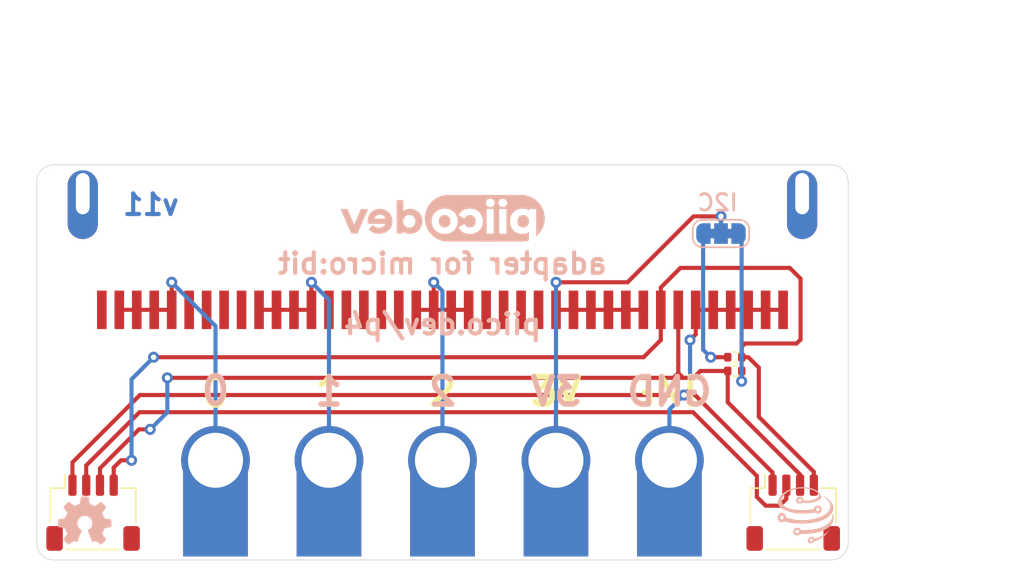
<source format=kicad_pcb>
(kicad_pcb (version 20171130) (host pcbnew "(5.1.8-44-gfd79c7ae46)-1")

  (general
    (thickness 1.6)
    (drawings 27)
    (tracks 124)
    (zones 0)
    (modules 16)
    (nets 24)
  )

  (page A4)
  (layers
    (0 F.Cu signal)
    (31 B.Cu signal)
    (32 B.Adhes user)
    (33 F.Adhes user)
    (34 B.Paste user)
    (35 F.Paste user)
    (36 B.SilkS user)
    (37 F.SilkS user)
    (38 B.Mask user)
    (39 F.Mask user)
    (40 Dwgs.User user)
    (41 Cmts.User user)
    (42 Eco1.User user)
    (43 Eco2.User user)
    (44 Edge.Cuts user)
    (45 Margin user)
    (46 B.CrtYd user)
    (47 F.CrtYd user)
    (48 B.Fab user hide)
    (49 F.Fab user)
  )

  (setup
    (last_trace_width 0.3)
    (user_trace_width 0.3)
    (trace_clearance 0.2)
    (zone_clearance 0.508)
    (zone_45_only no)
    (trace_min 0.2)
    (via_size 0.8)
    (via_drill 0.4)
    (via_min_size 0.4)
    (via_min_drill 0.3)
    (uvia_size 0.3)
    (uvia_drill 0.1)
    (uvias_allowed no)
    (uvia_min_size 0.2)
    (uvia_min_drill 0.1)
    (edge_width 0.05)
    (segment_width 0.2)
    (pcb_text_width 0.3)
    (pcb_text_size 1.5 1.5)
    (mod_edge_width 0.12)
    (mod_text_size 1 1)
    (mod_text_width 0.15)
    (pad_size 2.7 2.7)
    (pad_drill 2.7)
    (pad_to_mask_clearance 0)
    (aux_axis_origin 84.347 70.133002)
    (grid_origin 113.847 62.883002)
    (visible_elements 7FFFFFFF)
    (pcbplotparams
      (layerselection 0x010fc_ffffffff)
      (usegerberextensions false)
      (usegerberattributes false)
      (usegerberadvancedattributes false)
      (creategerberjobfile false)
      (excludeedgelayer false)
      (linewidth 0.100000)
      (plotframeref false)
      (viasonmask false)
      (mode 1)
      (useauxorigin true)
      (hpglpennumber 1)
      (hpglpenspeed 20)
      (hpglpendiameter 15.000000)
      (psnegative false)
      (psa4output false)
      (plotreference false)
      (plotvalue false)
      (plotinvisibletext false)
      (padsonsilk false)
      (subtractmaskfromsilk false)
      (outputformat 1)
      (mirror false)
      (drillshape 0)
      (scaleselection 1)
      (outputdirectory "../Production/P84 v1/"))
  )

  (net 0 "")
  (net 1 /SDA)
  (net 2 /SCL)
  (net 3 +3V3)
  (net 4 GND)
  (net 5 /P0)
  (net 6 /P1)
  (net 7 /P2)
  (net 8 "Net-(JP1-Pad3)")
  (net 9 "Net-(JP1-Pad1)")
  (net 10 "Net-(J1-Pad15)")
  (net 11 "Net-(J1-Pad16)")
  (net 12 "Net-(J1-Pad17)")
  (net 13 "Net-(J1-Pad18)")
  (net 14 "Net-(J1-Pad23)")
  (net 15 "Net-(J1-Pad24)")
  (net 16 "Net-(J1-Pad25)")
  (net 17 "Net-(J1-Pad26)")
  (net 18 "Net-(J1-Pad27)")
  (net 19 "Net-(J1-Pad32)")
  (net 20 "Net-(J1-Pad33)")
  (net 21 "Net-(J1-Pad34)")
  (net 22 "Net-(J1-Pad35)")
  (net 23 "Net-(J1-Pad40)")

  (net_class Default "This is the default net class."
    (clearance 0.2)
    (trace_width 0.3)
    (via_dia 0.8)
    (via_drill 0.4)
    (uvia_dia 0.3)
    (uvia_drill 0.1)
    (add_net +3V3)
    (add_net /P0)
    (add_net /P1)
    (add_net /P2)
    (add_net /SCL)
    (add_net /SDA)
    (add_net GND)
    (add_net "Net-(J1-Pad15)")
    (add_net "Net-(J1-Pad16)")
    (add_net "Net-(J1-Pad17)")
    (add_net "Net-(J1-Pad18)")
    (add_net "Net-(J1-Pad23)")
    (add_net "Net-(J1-Pad24)")
    (add_net "Net-(J1-Pad25)")
    (add_net "Net-(J1-Pad26)")
    (add_net "Net-(J1-Pad27)")
    (add_net "Net-(J1-Pad32)")
    (add_net "Net-(J1-Pad33)")
    (add_net "Net-(J1-Pad34)")
    (add_net "Net-(J1-Pad35)")
    (add_net "Net-(J1-Pad40)")
    (add_net "Net-(JP1-Pad1)")
    (add_net "Net-(JP1-Pad3)")
  )

  (module CoreElectronics_Artwork:CoreElectronics_logo_5mm_v2 (layer B.Cu) (tedit 0) (tstamp 61807BFC)
    (at 140.247 66.883002 180)
    (path /6027A8F4)
    (fp_text reference G2 (at 0 0) (layer B.SilkS) hide
      (effects (font (size 1.524 1.524) (thickness 0.3)) (justify mirror))
    )
    (fp_text value LOGO_CoreElectronics_made-with-love (at 0.75 0) (layer B.SilkS) hide
      (effects (font (size 1.524 1.524) (thickness 0.3)) (justify mirror))
    )
    (fp_poly (pts (xy -1.806737 -0.869749) (xy -1.804758 -0.87328) (xy -1.801757 -0.878855) (xy -1.797969 -0.886034)
      (xy -1.793871 -0.893916) (xy -1.762018 -0.952154) (xy -1.72773 -1.008275) (xy -1.690973 -1.062315)
      (xy -1.651709 -1.114316) (xy -1.609905 -1.164316) (xy -1.565524 -1.212353) (xy -1.518531 -1.258468)
      (xy -1.468891 -1.3027) (xy -1.416567 -1.345087) (xy -1.361524 -1.385668) (xy -1.325716 -1.410139)
      (xy -1.294443 -1.430483) (xy -1.263929 -1.449445) (xy -1.233415 -1.467459) (xy -1.202141 -1.48496)
      (xy -1.169348 -1.502383) (xy -1.134277 -1.520162) (xy -1.128252 -1.523144) (xy -1.073377 -1.549282)
      (xy -1.018138 -1.573701) (xy -0.961994 -1.596609) (xy -0.904409 -1.618213) (xy -0.844843 -1.638723)
      (xy -0.782757 -1.658346) (xy -0.763639 -1.664068) (xy -0.754321 -1.666786) (xy -0.743589 -1.669853)
      (xy -0.731867 -1.673156) (xy -0.719581 -1.676578) (xy -0.707154 -1.680004) (xy -0.695011 -1.683318)
      (xy -0.683578 -1.686406) (xy -0.673277 -1.689151) (xy -0.664535 -1.691438) (xy -0.657776 -1.693152)
      (xy -0.653424 -1.694178) (xy -0.65199 -1.694425) (xy -0.650953 -1.692989) (xy -0.649304 -1.689208)
      (xy -0.647384 -1.683871) (xy -0.647217 -1.683364) (xy -0.644739 -1.676689) (xy -0.641302 -1.66858)
      (xy -0.637525 -1.660477) (xy -0.636307 -1.658044) (xy -0.624119 -1.637659) (xy -0.609631 -1.619481)
      (xy -0.593025 -1.603573) (xy -0.574482 -1.59) (xy -0.554184 -1.578828) (xy -0.532313 -1.57012)
      (xy -0.509051 -1.563942) (xy -0.484578 -1.560358) (xy -0.459077 -1.559434) (xy -0.432729 -1.561233)
      (xy -0.405716 -1.565821) (xy -0.389197 -1.569958) (xy -0.360296 -1.579761) (xy -0.332207 -1.592678)
      (xy -0.305102 -1.608607) (xy -0.279152 -1.627448) (xy -0.254528 -1.6491) (xy -0.254257 -1.649361)
      (xy -0.231372 -1.673464) (xy -0.211575 -1.698614) (xy -0.194875 -1.724796) (xy -0.18128 -1.751996)
      (xy -0.170799 -1.780201) (xy -0.166591 -1.795221) (xy -0.163239 -1.809741) (xy -0.160972 -1.822574)
      (xy -0.159623 -1.835063) (xy -0.159025 -1.848548) (xy -0.158955 -1.856347) (xy -0.160122 -1.880517)
      (xy -0.163719 -1.902954) (xy -0.169891 -1.924274) (xy -0.178782 -1.945091) (xy -0.180666 -1.948801)
      (xy -0.19292 -1.968928) (xy -0.207568 -1.986953) (xy -0.224412 -2.002779) (xy -0.243254 -2.016311)
      (xy -0.263898 -2.027453) (xy -0.286145 -2.03611) (xy -0.309798 -2.042187) (xy -0.33466 -2.045587)
      (xy -0.360533 -2.046214) (xy -0.379215 -2.044946) (xy -0.407544 -2.040362) (xy -0.435782 -2.032696)
      (xy -0.463606 -2.022133) (xy -0.49069 -2.008858) (xy -0.51671 -1.993059) (xy -0.541341 -1.974921)
      (xy -0.56426 -1.954629) (xy -0.585141 -1.93237) (xy -0.593528 -1.922093) (xy -0.604487 -1.908058)
      (xy -0.618105 -1.905178) (xy -0.624035 -1.903862) (xy -0.632376 -1.901924) (xy -0.642361 -1.899549)
      (xy -0.653224 -1.896917) (xy -0.664198 -1.894211) (xy -0.664497 -1.894137) (xy -0.734794 -1.875006)
      (xy -0.803473 -1.853026) (xy -0.870531 -1.828197) (xy -0.935967 -1.800522) (xy -0.969637 -1.784417)
      (xy -0.519107 -1.784417) (xy -0.516776 -1.801718) (xy -0.511702 -1.819082) (xy -0.503914 -1.836125)
      (xy -0.50143 -1.840487) (xy -0.495169 -1.849647) (xy -0.486965 -1.859656) (xy -0.477654 -1.86962)
      (xy -0.468068 -1.878643) (xy -0.459402 -1.885576) (xy -0.450314 -1.891386) (xy -0.439678 -1.897126)
      (xy -0.428606 -1.902266) (xy -0.41821 -1.906277) (xy -0.411895 -1.90814) (xy -0.40348 -1.909553)
      (xy -0.393179 -1.910354) (xy -0.382114 -1.910541) (xy -0.371405 -1.910113) (xy -0.362175 -1.909067)
      (xy -0.358126 -1.908226) (xy -0.344717 -1.903258) (xy -0.33192 -1.895751) (xy -0.320443 -1.886261)
      (xy -0.310993 -1.875349) (xy -0.305818 -1.866883) (xy -0.300094 -1.852037) (xy -0.297232 -1.836046)
      (xy -0.297181 -1.819263) (xy -0.29989 -1.802045) (xy -0.305309 -1.784747) (xy -0.313386 -1.767725)
      (xy -0.321954 -1.754227) (xy -0.330568 -1.743668) (xy -0.341232 -1.732919) (xy -0.352915 -1.72291)
      (xy -0.364588 -1.714566) (xy -0.368832 -1.71201) (xy -0.383954 -1.704369) (xy -0.398378 -1.699158)
      (xy -0.413189 -1.696056) (xy -0.426915 -1.694837) (xy -0.44122 -1.694825) (xy -0.453559 -1.696294)
      (xy -0.46498 -1.699437) (xy -0.474961 -1.703672) (xy -0.483607 -1.708978) (xy -0.492549 -1.716335)
      (xy -0.500803 -1.724796) (xy -0.507382 -1.733413) (xy -0.509351 -1.73674) (xy -0.515424 -1.751544)
      (xy -0.518666 -1.767565) (xy -0.519107 -1.784417) (xy -0.969637 -1.784417) (xy -0.999778 -1.77)
      (xy -1.061963 -1.736635) (xy -1.122519 -1.700426) (xy -1.181445 -1.661375) (xy -1.238739 -1.619484)
      (xy -1.294399 -1.574753) (xy -1.348423 -1.527185) (xy -1.40081 -1.47678) (xy -1.451556 -1.423539)
      (xy -1.500661 -1.367464) (xy -1.548123 -1.308556) (xy -1.564394 -1.287206) (xy -1.605206 -1.230654)
      (xy -1.644858 -1.171225) (xy -1.683201 -1.109163) (xy -1.720081 -1.044709) (xy -1.745542 -0.997155)
      (xy -1.751095 -0.98638) (xy -1.757123 -0.974491) (xy -1.763462 -0.961831) (xy -1.769945 -0.948744)
      (xy -1.776407 -0.935575) (xy -1.782681 -0.922669) (xy -1.788601 -0.91037) (xy -1.794002 -0.899021)
      (xy -1.798717 -0.888969) (xy -1.80258 -0.880556) (xy -1.805425 -0.874128) (xy -1.807087 -0.870028)
      (xy -1.807458 -0.868696) (xy -1.806737 -0.869749)) (layer B.SilkS) (width 0))
    (fp_poly (pts (xy -1.969082 0.184787) (xy -1.969012 0.180344) (xy -1.968947 0.173306) (xy -1.968889 0.164016)
      (xy -1.96884 0.152815) (xy -1.968803 0.140044) (xy -1.968778 0.126046) (xy -1.968772 0.119943)
      (xy -1.968674 0.096746) (xy -1.968393 0.076219) (xy -1.96789 0.057757) (xy -1.967129 0.040757)
      (xy -1.966072 0.024614) (xy -1.964681 0.008723) (xy -1.962919 -0.007519) (xy -1.960747 -0.024718)
      (xy -1.958958 -0.03769) (xy -1.949625 -0.092501) (xy -1.93738 -0.145831) (xy -1.922221 -0.197682)
      (xy -1.904146 -0.248056) (xy -1.883152 -0.296958) (xy -1.859237 -0.34439) (xy -1.832399 -0.390355)
      (xy -1.802636 -0.434856) (xy -1.769946 -0.477895) (xy -1.734326 -0.519477) (xy -1.695774 -0.559603)
      (xy -1.654288 -0.598277) (xy -1.609867 -0.635502) (xy -1.562506 -0.67128) (xy -1.512206 -0.705615)
      (xy -1.458963 -0.73851) (xy -1.424858 -0.757969) (xy -1.413398 -0.764168) (xy -1.399602 -0.771394)
      (xy -1.384121 -0.779323) (xy -1.367606 -0.787634) (xy -1.350709 -0.796004) (xy -1.334079 -0.804109)
      (xy -1.318369 -0.811629) (xy -1.304228 -0.818239) (xy -1.292942 -0.823339) (xy -1.231408 -0.849245)
      (xy -1.167409 -0.873762) (xy -1.100909 -0.896896) (xy -1.03187 -0.918653) (xy -0.960257 -0.939041)
      (xy -0.886034 -0.958067) (xy -0.809164 -0.975737) (xy -0.729612 -0.992059) (xy -0.64734 -1.007039)
      (xy -0.562313 -1.020684) (xy -0.474494 -1.033002) (xy -0.383847 -1.043999) (xy -0.290336 -1.053682)
      (xy -0.193924 -1.062059) (xy -0.094576 -1.069136) (xy 0.007745 -1.074919) (xy 0.024581 -1.075734)
      (xy 0.042955 -1.07657) (xy 0.062997 -1.077424) (xy 0.084343 -1.078284) (xy 0.10663 -1.079138)
      (xy 0.129494 -1.079974) (xy 0.152572 -1.080782) (xy 0.175501 -1.081548) (xy 0.197917 -1.082262)
      (xy 0.219458 -1.082912) (xy 0.239759 -1.083486) (xy 0.258457 -1.083972) (xy 0.275189 -1.084359)
      (xy 0.289591 -1.084635) (xy 0.3013 -1.084788) (xy 0.306884 -1.084816) (xy 0.313782 -1.084779)
      (xy 0.318128 -1.084521) (xy 0.320645 -1.083842) (xy 0.322057 -1.082542) (xy 0.323089 -1.080421)
      (xy 0.323132 -1.080319) (xy 0.336315 -1.052229) (xy 0.351464 -1.026715) (xy 0.368699 -1.003648)
      (xy 0.388138 -0.982895) (xy 0.409901 -0.964328) (xy 0.434105 -0.947816) (xy 0.453923 -0.936707)
      (xy 0.482371 -0.923877) (xy 0.51188 -0.914094) (xy 0.542249 -0.907376) (xy 0.573277 -0.903746)
      (xy 0.604766 -0.903223) (xy 0.636516 -0.905828) (xy 0.668325 -0.91158) (xy 0.677606 -0.91386)
      (xy 0.707275 -0.923118) (xy 0.735506 -0.934971) (xy 0.762158 -0.949239) (xy 0.787088 -0.965741)
      (xy 0.810153 -0.984296) (xy 0.831212 -1.004724) (xy 0.850122 -1.026844) (xy 0.866741 -1.050476)
      (xy 0.880926 -1.075439) (xy 0.892534 -1.101552) (xy 0.901424 -1.128636) (xy 0.907454 -1.156508)
      (xy 0.91048 -1.18499) (xy 0.910592 -1.209367) (xy 0.90777 -1.239102) (xy 0.901889 -1.267682)
      (xy 0.892985 -1.295033) (xy 0.881088 -1.321079) (xy 0.866233 -1.345744) (xy 0.848453 -1.368953)
      (xy 0.833027 -1.38555) (xy 0.810989 -1.40516) (xy 0.786811 -1.422437) (xy 0.76081 -1.437215)
      (xy 0.733306 -1.449325) (xy 0.704618 -1.458603) (xy 0.684622 -1.463203) (xy 0.676038 -1.464656)
      (xy 0.665841 -1.466063) (xy 0.654848 -1.467345) (xy 0.643878 -1.468421) (xy 0.633747 -1.469209)
      (xy 0.625274 -1.469629) (xy 0.619604 -1.469619) (xy 0.614428 -1.46934) (xy 0.607936 -1.468973)
      (xy 0.604684 -1.468783) (xy 0.592336 -1.467669) (xy 0.578146 -1.465764) (xy 0.563394 -1.463276)
      (xy 0.549358 -1.460413) (xy 0.541504 -1.458522) (xy 0.510256 -1.448878) (xy 0.480898 -1.436594)
      (xy 0.453267 -1.421575) (xy 0.427199 -1.403727) (xy 0.402529 -1.382954) (xy 0.390013 -1.370775)
      (xy 0.372807 -1.353217) (xy 0.340033 -1.355024) (xy 0.291476 -1.357275) (xy 0.240275 -1.358839)
      (xy 0.186988 -1.35972) (xy 0.132174 -1.35992) (xy 0.076392 -1.359444) (xy 0.020202 -1.358292)
      (xy -0.035838 -1.35647) (xy -0.091167 -1.353978) (xy -0.11471 -1.352695) (xy -0.211561 -1.346155)
      (xy -0.307224 -1.337742) (xy -0.401548 -1.327485) (xy -0.494382 -1.315413) (xy -0.585576 -1.301554)
      (xy -0.67498 -1.285936) (xy -0.762444 -1.268589) (xy -0.847816 -1.249541) (xy -0.930946 -1.22882)
      (xy -1.011685 -1.206455) (xy -1.076105 -1.186699) (xy 0.473617 -1.186699) (xy 0.476071 -1.205332)
      (xy 0.481629 -1.223946) (xy 0.482321 -1.225697) (xy 0.487445 -1.236991) (xy 0.493375 -1.247071)
      (xy 0.500725 -1.256829) (xy 0.510112 -1.267155) (xy 0.512916 -1.269997) (xy 0.529022 -1.284211)
      (xy 0.546051 -1.295423) (xy 0.564444 -1.303875) (xy 0.584641 -1.309807) (xy 0.586658 -1.310246)
      (xy 0.594441 -1.311328) (xy 0.604429 -1.311901) (xy 0.615651 -1.31199) (xy 0.627135 -1.311618)
      (xy 0.637911 -1.310811) (xy 0.647006 -1.309591) (xy 0.651387 -1.308635) (xy 0.662684 -1.304778)
      (xy 0.674996 -1.299261) (xy 0.687015 -1.292734) (xy 0.697432 -1.285849) (xy 0.697887 -1.285507)
      (xy 0.711071 -1.27362) (xy 0.722614 -1.259386) (xy 0.732063 -1.243515) (xy 0.738968 -1.226712)
      (xy 0.74161 -1.216911) (xy 0.743084 -1.206783) (xy 0.743673 -1.194974) (xy 0.743412 -1.182623)
      (xy 0.742337 -1.170872) (xy 0.740481 -1.16086) (xy 0.73984 -1.158567) (xy 0.732303 -1.139419)
      (xy 0.72214 -1.121921) (xy 0.709646 -1.106235) (xy 0.695114 -1.092524) (xy 0.678839 -1.080949)
      (xy 0.661114 -1.071672) (xy 0.642233 -1.064854) (xy 0.62249 -1.060657) (xy 0.60218 -1.059243)
      (xy 0.581595 -1.060774) (xy 0.567298 -1.063654) (xy 0.548334 -1.070045) (xy 0.531172 -1.078901)
      (xy 0.515955 -1.089944) (xy 0.502829 -1.102899) (xy 0.491937 -1.117491) (xy 0.483426 -1.133442)
      (xy 0.477439 -1.150478) (xy 0.474121 -1.168323) (xy 0.473617 -1.186699) (xy -1.076105 -1.186699)
      (xy -1.089882 -1.182474) (xy -1.165385 -1.156907) (xy -1.187245 -1.14902) (xy -1.255649 -1.122802)
      (xy -1.321351 -1.095215) (xy -1.384319 -1.06628) (xy -1.444523 -1.036017) (xy -1.501932 -1.004448)
      (xy -1.556514 -0.971592) (xy -1.608239 -0.937471) (xy -1.657076 -0.902105) (xy -1.702993 -0.865515)
      (xy -1.745959 -0.827722) (xy -1.785945 -0.788746) (xy -1.822917 -0.748608) (xy -1.856847 -0.707329)
      (xy -1.86416 -0.69775) (xy -1.894889 -0.65433) (xy -1.922537 -0.609792) (xy -1.947104 -0.564137)
      (xy -1.96859 -0.517366) (xy -1.986995 -0.469481) (xy -2.002318 -0.420483) (xy -2.01456 -0.370373)
      (xy -2.02372 -0.319153) (xy -2.029798 -0.266823) (xy -2.032794 -0.213385) (xy -2.032708 -0.158839)
      (xy -2.029539 -0.103189) (xy -2.023287 -0.046433) (xy -2.013952 0.011426) (xy -2.001534 0.070386)
      (xy -1.994882 0.097504) (xy -1.993213 0.103826) (xy -1.990994 0.111936) (xy -1.988365 0.121352)
      (xy -1.985465 0.131595) (xy -1.982433 0.142184) (xy -1.979408 0.152639) (xy -1.97653 0.162479)
      (xy -1.973937 0.171225) (xy -1.971769 0.178395) (xy -1.970166 0.18351) (xy -1.969265 0.186089)
      (xy -1.969155 0.186295) (xy -1.969082 0.184787)) (layer B.SilkS) (width 0))
    (fp_poly (pts (xy -1.238975 1.414332) (xy -1.242485 1.411744) (xy -1.247999 1.407847) (xy -1.255154 1.402894)
      (xy -1.263588 1.397139) (xy -1.270435 1.392516) (xy -1.327263 1.352947) (xy -1.38107 1.312649)
      (xy -1.432066 1.271452) (xy -1.480462 1.229185) (xy -1.526466 1.185679) (xy -1.534738 1.177475)
      (xy -1.569581 1.141483) (xy -1.601462 1.106058) (xy -1.630588 1.070923) (xy -1.657164 1.035801)
      (xy -1.681395 1.000414) (xy -1.703486 0.964485) (xy -1.723644 0.927738) (xy -1.731507 0.912149)
      (xy -1.748517 0.875178) (xy -1.762771 0.838843) (xy -1.774489 0.802409) (xy -1.783892 0.765143)
      (xy -1.7912 0.72631) (xy -1.794642 0.702187) (xy -1.795527 0.692727) (xy -1.796166 0.680687)
      (xy -1.796564 0.666757) (xy -1.796725 0.651627) (xy -1.796655 0.635983) (xy -1.796356 0.620517)
      (xy -1.795835 0.605915) (xy -1.795096 0.592869) (xy -1.794144 0.582065) (xy -1.793807 0.579284)
      (xy -1.786488 0.536241) (xy -1.775975 0.493884) (xy -1.762284 0.452239) (xy -1.745429 0.411329)
      (xy -1.725426 0.371177) (xy -1.702291 0.331806) (xy -1.676038 0.293241) (xy -1.646683 0.255504)
      (xy -1.614242 0.21862) (xy -1.578729 0.182611) (xy -1.540161 0.147502) (xy -1.498552 0.113315)
      (xy -1.480574 0.099539) (xy -1.437639 0.068789) (xy -1.391619 0.038696) (xy -1.342652 0.009319)
      (xy -1.290876 -0.019287) (xy -1.236427 -0.047062) (xy -1.179444 -0.073948) (xy -1.120064 -0.099889)
      (xy -1.058425 -0.124825) (xy -0.994664 -0.148699) (xy -0.928919 -0.171454) (xy -0.861326 -0.19303)
      (xy -0.792025 -0.213371) (xy -0.721152 -0.232419) (xy -0.650568 -0.249713) (xy -0.566806 -0.268292)
      (xy -0.482825 -0.284936) (xy -0.39827 -0.299693) (xy -0.31279 -0.31261) (xy -0.226032 -0.323734)
      (xy -0.137644 -0.333112) (xy -0.047275 -0.340791) (xy 0.04543 -0.346818) (xy 0.095045 -0.349332)
      (xy 0.107743 -0.349812) (xy 0.123277 -0.350228) (xy 0.14124 -0.35058) (xy 0.161225 -0.350869)
      (xy 0.182823 -0.351094) (xy 0.205628 -0.351256) (xy 0.229232 -0.351353) (xy 0.253228 -0.351387)
      (xy 0.277209 -0.351357) (xy 0.300767 -0.351263) (xy 0.323495 -0.351105) (xy 0.344986 -0.350883)
      (xy 0.364831 -0.350598) (xy 0.382625 -0.350248) (xy 0.397959 -0.349834) (xy 0.410427 -0.349357)
      (xy 0.410497 -0.349353) (xy 0.497362 -0.344475) (xy 0.581508 -0.338102) (xy 0.663148 -0.330198)
      (xy 0.742497 -0.320727) (xy 0.81977 -0.309654) (xy 0.895182 -0.296945) (xy 0.968945 -0.282563)
      (xy 1.041276 -0.266473) (xy 1.112389 -0.24864) (xy 1.182497 -0.229028) (xy 1.232593 -0.213749)
      (xy 1.246895 -0.209145) (xy 1.262269 -0.204038) (xy 1.278417 -0.198538) (xy 1.295041 -0.192756)
      (xy 1.311844 -0.186802) (xy 1.328527 -0.180789) (xy 1.344794 -0.174827) (xy 1.360346 -0.169027)
      (xy 1.361603 -0.168549) (xy 1.598708 -0.168549) (xy 1.599299 -0.181304) (xy 1.600487 -0.193173)
      (xy 1.602247 -0.203134) (xy 1.602384 -0.203703) (xy 1.609034 -0.225022) (xy 1.618001 -0.244543)
      (xy 1.629088 -0.262088) (xy 1.642102 -0.277483) (xy 1.656848 -0.290553) (xy 1.67313 -0.301123)
      (xy 1.690754 -0.309016) (xy 1.709525 -0.314058) (xy 1.7272 -0.316012) (xy 1.730852 -0.315882)
      (xy 1.736536 -0.315391) (xy 1.743042 -0.314644) (xy 1.74323 -0.31462) (xy 1.761917 -0.310571)
      (xy 1.779743 -0.303508) (xy 1.796443 -0.293636) (xy 1.811754 -0.281163) (xy 1.825409 -0.266296)
      (xy 1.837146 -0.249243) (xy 1.844431 -0.235355) (xy 1.85218 -0.214758) (xy 1.857034 -0.193077)
      (xy 1.858987 -0.170775) (xy 1.858035 -0.148313) (xy 1.85417 -0.126155) (xy 1.847388 -0.104764)
      (xy 1.84606 -0.101512) (xy 1.836654 -0.082835) (xy 1.825153 -0.066169) (xy 1.811825 -0.051664)
      (xy 1.796937 -0.039469) (xy 1.780758 -0.029737) (xy 1.763554 -0.022616) (xy 1.745593 -0.018257)
      (xy 1.727143 -0.016811) (xy 1.708471 -0.018429) (xy 1.700981 -0.019972) (xy 1.695752 -0.021567)
      (xy 1.689 -0.024075) (xy 1.682146 -0.026964) (xy 1.681849 -0.027099) (xy 1.6636 -0.037157)
      (xy 1.647313 -0.049784) (xy 1.633079 -0.064857) (xy 1.620993 -0.08225) (xy 1.611146 -0.10184)
      (xy 1.603633 -0.123503) (xy 1.600755 -0.135193) (xy 1.599411 -0.144472) (xy 1.598737 -0.155931)
      (xy 1.598708 -0.168549) (xy 1.361603 -0.168549) (xy 1.374885 -0.1635) (xy 1.388115 -0.158358)
      (xy 1.399737 -0.153711) (xy 1.409454 -0.14967) (xy 1.416967 -0.146347) (xy 1.42198 -0.143852)
      (xy 1.424195 -0.142297) (xy 1.424212 -0.142271) (xy 1.424762 -0.140016) (xy 1.425396 -0.135323)
      (xy 1.426011 -0.129027) (xy 1.426259 -0.125825) (xy 1.427538 -0.11394) (xy 1.429751 -0.09994)
      (xy 1.432695 -0.084789) (xy 1.436168 -0.069446) (xy 1.439969 -0.054873) (xy 1.443771 -0.042404)
      (xy 1.455915 -0.010649) (xy 1.470401 0.019121) (xy 1.487113 0.046796) (xy 1.505936 0.072266)
      (xy 1.526756 0.095422) (xy 1.549458 0.116156) (xy 1.573925 0.134358) (xy 1.600044 0.149919)
      (xy 1.627699 0.16273) (xy 1.656776 0.172681) (xy 1.675173 0.177302) (xy 1.68134 0.178559)
      (xy 1.687143 0.179496) (xy 1.693226 0.180159) (xy 1.700235 0.180592) (xy 1.708815 0.180839)
      (xy 1.719612 0.180947) (xy 1.728019 0.180963) (xy 1.740607 0.180921) (xy 1.750561 0.180766)
      (xy 1.758524 0.180455) (xy 1.765137 0.179942) (xy 1.771044 0.179184) (xy 1.776887 0.178137)
      (xy 1.780642 0.177348) (xy 1.8105 0.169204) (xy 1.83897 0.15817) (xy 1.865947 0.14437)
      (xy 1.891325 0.127931) (xy 1.914999 0.108978) (xy 1.936863 0.087637) (xy 1.956811 0.064033)
      (xy 1.974737 0.038293) (xy 1.990535 0.010542) (xy 2.0041 -0.019095) (xy 2.015327 -0.050491)
      (xy 2.024108 -0.083522) (xy 2.030338 -0.118061) (xy 2.030554 -0.119625) (xy 2.031449 -0.128641)
      (xy 2.032088 -0.140106) (xy 2.032471 -0.153207) (xy 2.032599 -0.167125) (xy 2.032472 -0.181045)
      (xy 2.032089 -0.194149) (xy 2.031451 -0.205622) (xy 2.030557 -0.214646) (xy 2.030554 -0.214671)
      (xy 2.024536 -0.248677) (xy 2.015981 -0.281304) (xy 2.005006 -0.312407) (xy 1.991725 -0.341844)
      (xy 1.976254 -0.369473) (xy 1.958707 -0.39515) (xy 1.9392 -0.418733) (xy 1.917848 -0.440078)
      (xy 1.894766 -0.459043) (xy 1.870069 -0.475485) (xy 1.843872 -0.489262) (xy 1.816291 -0.500229)
      (xy 1.795458 -0.506352) (xy 1.766293 -0.512052) (xy 1.737127 -0.514516) (xy 1.708117 -0.513782)
      (xy 1.679418 -0.509887) (xy 1.651186 -0.50287) (xy 1.623577 -0.492767) (xy 1.596748 -0.479617)
      (xy 1.570853 -0.463458) (xy 1.548852 -0.446686) (xy 1.534497 -0.434738) (xy 1.51409 -0.442764)
      (xy 1.481043 -0.455055) (xy 1.444929 -0.467156) (xy 1.405956 -0.479016) (xy 1.364331 -0.490581)
      (xy 1.320264 -0.501801) (xy 1.27396 -0.512622) (xy 1.225629 -0.522993) (xy 1.175478 -0.532861)
      (xy 1.123714 -0.542174) (xy 1.107768 -0.544874) (xy 1.035507 -0.556269) (xy 0.961979 -0.56653)
      (xy 0.886925 -0.575682) (xy 0.810085 -0.583751) (xy 0.7312 -0.590759) (xy 0.650011 -0.596733)
      (xy 0.56626 -0.601697) (xy 0.479687 -0.605675) (xy 0.461297 -0.606381) (xy 0.452149 -0.606662)
      (xy 0.440141 -0.606939) (xy 0.425645 -0.607209) (xy 0.409036 -0.60747) (xy 0.390686 -0.607718)
      (xy 0.370969 -0.607951) (xy 0.350258 -0.608165) (xy 0.328926 -0.608359) (xy 0.307348 -0.608529)
      (xy 0.285896 -0.608672) (xy 0.264943 -0.608786) (xy 0.244864 -0.608868) (xy 0.22603 -0.608914)
      (xy 0.208817 -0.608922) (xy 0.193596 -0.608889) (xy 0.180742 -0.608813) (xy 0.170628 -0.60869)
      (xy 0.167148 -0.60862) (xy 0.15997 -0.608437) (xy 0.15012 -0.608165) (xy 0.1382 -0.60782)
      (xy 0.124814 -0.607421) (xy 0.110566 -0.606986) (xy 0.096059 -0.606533) (xy 0.08931 -0.606318)
      (xy -0.009241 -0.602292) (xy -0.106236 -0.596584) (xy -0.201595 -0.589211) (xy -0.295237 -0.580191)
      (xy -0.387078 -0.569543) (xy -0.477039 -0.557284) (xy -0.565038 -0.543432) (xy -0.650993 -0.528006)
      (xy -0.734823 -0.511022) (xy -0.816446 -0.4925) (xy -0.895781 -0.472457) (xy -0.972746 -0.450911)
      (xy -1.04726 -0.42788) (xy -1.119242 -0.403381) (xy -1.18861 -0.377434) (xy -1.255282 -0.350055)
      (xy -1.319177 -0.321263) (xy -1.380214 -0.291076) (xy -1.407652 -0.276541) (xy -1.462828 -0.245409)
      (xy -1.516126 -0.212818) (xy -1.5674 -0.178887) (xy -1.616504 -0.143737) (xy -1.663292 -0.107488)
      (xy -1.707618 -0.070259) (xy -1.749335 -0.032172) (xy -1.788297 0.006654) (xy -1.824359 0.046098)
      (xy -1.857373 0.086042) (xy -1.87174 0.104878) (xy -1.900595 0.146168) (xy -1.926308 0.188054)
      (xy -1.948867 0.230488) (xy -1.968258 0.273424) (xy -1.98447 0.316815) (xy -1.99749 0.360616)
      (xy -2.007306 0.404778) (xy -2.013906 0.449256) (xy -2.017277 0.494004) (xy -2.017408 0.538974)
      (xy -2.014285 0.58412) (xy -2.008909 0.623529) (xy -1.999989 0.667103) (xy -1.987854 0.710778)
      (xy -1.972562 0.754441) (xy -1.954169 0.797981) (xy -1.93273 0.841284) (xy -1.908301 0.884238)
      (xy -1.88094 0.926731) (xy -1.850702 0.968649) (xy -1.817644 1.009881) (xy -1.813146 1.015181)
      (xy -1.804028 1.025526) (xy -1.792926 1.037588) (xy -1.780304 1.050902) (xy -1.766624 1.065005)
      (xy -1.75235 1.079432) (xy -1.737945 1.093719) (xy -1.723872 1.107402) (xy -1.710593 1.120016)
      (xy -1.698572 1.131098) (xy -1.68951 1.13912) (xy -1.643448 1.177385) (xy -1.596307 1.213614)
      (xy -1.547725 1.248046) (xy -1.497338 1.28092) (xy -1.444781 1.312474) (xy -1.389692 1.342946)
      (xy -1.339026 1.368959) (xy -1.325964 1.375388) (xy -1.312677 1.381827) (xy -1.299499 1.388124)
      (xy -1.286764 1.394125) (xy -1.274804 1.399677) (xy -1.263956 1.404628) (xy -1.254551 1.408823)
      (xy -1.246924 1.412111) (xy -1.241409 1.414338) (xy -1.23834 1.415351) (xy -1.23783 1.415357)
      (xy -1.238975 1.414332)) (layer B.SilkS) (width 0))
    (fp_poly (pts (xy 0.293615 2.045379) (xy 0.381142 2.041324) (xy 0.468088 2.034606) (xy 0.554301 2.02526)
      (xy 0.63963 2.013317) (xy 0.723922 1.998811) (xy 0.807027 1.981774) (xy 0.888793 1.96224)
      (xy 0.969067 1.940242) (xy 1.047699 1.915811) (xy 1.124538 1.888982) (xy 1.19943 1.859787)
      (xy 1.272226 1.828259) (xy 1.323258 1.804131) (xy 1.385351 1.772164) (xy 1.445289 1.738209)
      (xy 1.502906 1.702371) (xy 1.558037 1.664757) (xy 1.610515 1.625472) (xy 1.63871 1.602759)
      (xy 1.670104 1.575774) (xy 1.701403 1.546919) (xy 1.73203 1.516783) (xy 1.761411 1.485952)
      (xy 1.788971 1.455014) (xy 1.814134 1.424556) (xy 1.817935 1.419721) (xy 1.85016 1.376559)
      (xy 1.87947 1.333433) (xy 1.905847 1.290404) (xy 1.929272 1.247534) (xy 1.949726 1.204886)
      (xy 1.967191 1.162522) (xy 1.981648 1.120504) (xy 1.993079 1.078894) (xy 2.001464 1.037754)
      (xy 2.006786 0.997147) (xy 2.009025 0.957134) (xy 2.008164 0.917778) (xy 2.004183 0.879141)
      (xy 1.997064 0.841284) (xy 1.994368 0.830299) (xy 1.985865 0.801749) (xy 1.975045 0.772417)
      (xy 1.962328 0.743247) (xy 1.948134 0.715185) (xy 1.932883 0.689175) (xy 1.928964 0.683119)
      (xy 1.904633 0.649114) (xy 1.877239 0.616078) (xy 1.846876 0.584104) (xy 1.813638 0.553281)
      (xy 1.77762 0.523702) (xy 1.738916 0.495457) (xy 1.724742 0.485896) (xy 1.70608 0.473762)
      (xy 1.687744 0.462273) (xy 1.669447 0.45129) (xy 1.650903 0.440669) (xy 1.631825 0.430269)
      (xy 1.611927 0.419949) (xy 1.590922 0.409566) (xy 1.568525 0.39898) (xy 1.544448 0.388048)
      (xy 1.518405 0.376629) (xy 1.490109 0.36458) (xy 1.459275 0.351762) (xy 1.426497 0.338387)
      (xy 1.357311 0.311729) (xy 1.285428 0.28666) (xy 1.211035 0.263212) (xy 1.134318 0.241417)
      (xy 1.055465 0.221308) (xy 0.974661 0.202917) (xy 0.892094 0.186275) (xy 0.80795 0.171415)
      (xy 0.722416 0.158369) (xy 0.635679 0.147168) (xy 0.547926 0.137846) (xy 0.459343 0.130433)
      (xy 0.370118 0.124963) (xy 0.280436 0.121467) (xy 0.190485 0.119977) (xy 0.154858 0.119949)
      (xy 0.138219 0.120018) (xy 0.122261 0.120101) (xy 0.107346 0.120194) (xy 0.093835 0.120294)
      (xy 0.08209 0.120398) (xy 0.072474 0.120503) (xy 0.065346 0.120606) (xy 0.06107 0.120704)
      (xy 0.060632 0.120721) (xy 0.031875 0.122008) (xy 0.005816 0.123255) (xy -0.01812 0.124498)
      (xy -0.040513 0.125771) (xy -0.061938 0.12711) (xy -0.082974 0.12855) (xy -0.104197 0.130126)
      (xy -0.126186 0.131875) (xy -0.137652 0.132824) (xy -0.214511 0.139925) (xy -0.29275 0.148429)
      (xy -0.371525 0.158223) (xy -0.449989 0.169193) (xy -0.527299 0.181224) (xy -0.602609 0.194203)
      (xy -0.631901 0.199619) (xy -0.673047 0.20738) (xy -0.685978 0.196184) (xy -0.71059 0.176979)
      (xy -0.736678 0.160699) (xy -0.764225 0.147352) (xy -0.793218 0.136946) (xy -0.807884 0.132938)
      (xy -0.823433 0.129418) (xy -0.837596 0.126969) (xy -0.851612 0.125447) (xy -0.866721 0.124705)
      (xy -0.879125 0.124572) (xy -0.909902 0.126206) (xy -0.939942 0.130935) (xy -0.969057 0.138622)
      (xy -0.997061 0.149134) (xy -1.023764 0.162332) (xy -1.048978 0.178082) (xy -1.072517 0.196248)
      (xy -1.094192 0.216693) (xy -1.113816 0.239281) (xy -1.131199 0.263877) (xy -1.146156 0.290345)
      (xy -1.158497 0.318548) (xy -1.162429 0.329595) (xy -1.170699 0.359351) (xy -1.175807 0.389465)
      (xy -1.177784 0.419701) (xy -1.177394 0.430162) (xy -1.014846 0.430162) (xy -1.013348 0.408385)
      (xy -1.009053 0.388119) (xy -1.002148 0.36951) (xy -0.992816 0.352704) (xy -0.981242 0.337847)
      (xy -0.967611 0.325088) (xy -0.952107 0.314572) (xy -0.934915 0.306445) (xy -0.91622 0.300855)
      (xy -0.896205 0.297947) (xy -0.875057 0.29787) (xy -0.852958 0.300768) (xy -0.852129 0.300934)
      (xy -0.844991 0.302828) (xy -0.836381 0.305779) (xy -0.827709 0.309287) (xy -0.824271 0.31086)
      (xy -0.817048 0.314488) (xy -0.811236 0.317949) (xy -0.805918 0.321917) (xy -0.800179 0.327067)
      (xy -0.793905 0.333266) (xy -0.7812 0.347819) (xy -0.771362 0.363073) (xy -0.764147 0.379549)
      (xy -0.759311 0.397767) (xy -0.757243 0.41154) (xy -0.75645 0.432437) (xy -0.758622 0.453083)
      (xy -0.763648 0.472983) (xy -0.771418 0.491641) (xy -0.777475 0.502231) (xy -0.78934 0.517796)
      (xy -0.803485 0.531113) (xy -0.819664 0.542018) (xy -0.837629 0.550347) (xy -0.857133 0.555938)
      (xy -0.859503 0.556405) (xy -0.872033 0.558012) (xy -0.88607 0.55857) (xy -0.900484 0.55812)
      (xy -0.914145 0.556702) (xy -0.925923 0.554356) (xy -0.927229 0.553993) (xy -0.945851 0.547008)
      (xy -0.962544 0.53747) (xy -0.977175 0.525567) (xy -0.98961 0.51149) (xy -0.999714 0.495428)
      (xy -1.007354 0.477569) (xy -1.012396 0.458103) (xy -1.014706 0.437219) (xy -1.014846 0.430162)
      (xy -1.177394 0.430162) (xy -1.17666 0.449822) (xy -1.172467 0.479592) (xy -1.165234 0.508774)
      (xy -1.154993 0.537134) (xy -1.141775 0.564434) (xy -1.129158 0.585231) (xy -1.110747 0.610009)
      (xy -1.090147 0.632397) (xy -1.067504 0.652309) (xy -1.042962 0.669656) (xy -1.016667 0.684349)
      (xy -0.988763 0.696302) (xy -0.959395 0.705426) (xy -0.928708 0.711633) (xy -0.918442 0.713012)
      (xy -0.904127 0.714098) (xy -0.887768 0.714343) (xy -0.870473 0.713798) (xy -0.853353 0.712512)
      (xy -0.837516 0.710538) (xy -0.828254 0.708872) (xy -0.798149 0.700971) (xy -0.76937 0.690208)
      (xy -0.742082 0.67675) (xy -0.716453 0.660761) (xy -0.692648 0.642409) (xy -0.670834 0.621858)
      (xy -0.651177 0.599274) (xy -0.633843 0.574825) (xy -0.618999 0.548675) (xy -0.606812 0.52099)
      (xy -0.597447 0.491937) (xy -0.593397 0.474638) (xy -0.591953 0.467772) (xy -0.590682 0.462205)
      (xy -0.589755 0.458657) (xy -0.589412 0.457769) (xy -0.58754 0.457221) (xy -0.582745 0.456224)
      (xy -0.575345 0.454831) (xy -0.565654 0.453095) (xy -0.55399 0.45107) (xy -0.540668 0.44881)
      (xy -0.526004 0.446368) (xy -0.510315 0.443797) (xy -0.493917 0.441151) (xy -0.477126 0.438484)
      (xy -0.460258 0.435849) (xy -0.455561 0.435124) (xy -0.392684 0.425784) (xy -0.330047 0.417157)
      (xy -0.267985 0.409279) (xy -0.206838 0.402182) (xy -0.146941 0.395902) (xy -0.088633 0.390472)
      (xy -0.03225 0.385928) (xy 0.021871 0.382303) (xy 0.073391 0.379631) (xy 0.099961 0.378599)
      (xy 0.121242 0.378058) (xy 0.14541 0.377767) (xy 0.172088 0.377716) (xy 0.200896 0.377896)
      (xy 0.231456 0.378296) (xy 0.263388 0.378907) (xy 0.296313 0.379718) (xy 0.329854 0.38072)
      (xy 0.36363 0.381903) (xy 0.397263 0.383257) (xy 0.430373 0.384773) (xy 0.462583 0.386439)
      (xy 0.493513 0.388247) (xy 0.509639 0.389284) (xy 0.593369 0.395635) (xy 0.674228 0.403344)
      (xy 0.752206 0.412409) (xy 0.827296 0.422827) (xy 0.89949 0.434595) (xy 0.96878 0.447713)
      (xy 1.035158 0.462177) (xy 1.098617 0.477985) (xy 1.159148 0.495135) (xy 1.216744 0.513625)
      (xy 1.271396 0.533453) (xy 1.323097 0.554616) (xy 1.371839 0.577111) (xy 1.417614 0.600938)
      (xy 1.460413 0.626093) (xy 1.50023 0.652575) (xy 1.537056 0.68038) (xy 1.538863 0.681841)
      (xy 1.54926 0.690682) (xy 1.560939 0.701301) (xy 1.573346 0.713139) (xy 1.585929 0.725638)
      (xy 1.598134 0.738238) (xy 1.609408 0.750381) (xy 1.619199 0.761508) (xy 1.626286 0.770194)
      (xy 1.648435 0.800882) (xy 1.667444 0.831798) (xy 1.683448 0.863263) (xy 1.696585 0.895597)
      (xy 1.706989 0.929121) (xy 1.714797 0.964154) (xy 1.718449 0.987179) (xy 1.719559 0.997911)
      (xy 1.720381 1.011085) (xy 1.720909 1.025877) (xy 1.721137 1.041464) (xy 1.721059 1.057021)
      (xy 1.72067 1.071726) (xy 1.719963 1.084755) (xy 1.71921 1.09302) (xy 1.712753 1.135497)
      (xy 1.703034 1.178268) (xy 1.690056 1.221328) (xy 1.673821 1.26467) (xy 1.65433 1.30829)
      (xy 1.631587 1.35218) (xy 1.615202 1.380613) (xy 1.598585 1.407432) (xy 1.58196 1.432267)
      (xy 1.564834 1.455749) (xy 1.546709 1.478505) (xy 1.527093 1.501165) (xy 1.505488 1.524359)
      (xy 1.488064 1.542101) (xy 1.458858 1.57027) (xy 1.429673 1.596316) (xy 1.3997 1.620902)
      (xy 1.36813 1.64469) (xy 1.334155 1.668343) (xy 1.333372 1.668868) (xy 1.282884 1.700961)
      (xy 1.229681 1.731374) (xy 1.173883 1.760069) (xy 1.115614 1.787007) (xy 1.054995 1.812149)
      (xy 0.992148 1.835455) (xy 0.927196 1.856886) (xy 0.860259 1.876403) (xy 0.791461 1.893967)
      (xy 0.720922 1.909539) (xy 0.648766 1.92308) (xy 0.575113 1.93455) (xy 0.500087 1.94391)
      (xy 0.465384 1.947474) (xy 0.388639 1.953668) (xy 0.311929 1.957561) (xy 0.235449 1.959177)
      (xy 0.159398 1.958538) (xy 0.083974 1.955665) (xy 0.009374 1.950583) (xy -0.064204 1.943312)
      (xy -0.136562 1.933875) (xy -0.207502 1.922295) (xy -0.276828 1.908594) (xy -0.34434 1.892794)
      (xy -0.409842 1.874918) (xy -0.473136 1.854989) (xy -0.529303 1.834837) (xy -0.575155 1.816441)
      (xy -0.619552 1.796804) (xy -0.66228 1.776054) (xy -0.703125 1.754318) (xy -0.741874 1.731724)
      (xy -0.778313 1.7084) (xy -0.81223 1.684472) (xy -0.84341 1.660068) (xy -0.87164 1.635316)
      (xy -0.885022 1.622411) (xy -0.906051 1.599901) (xy -0.923887 1.577523) (xy -0.938605 1.555157)
      (xy -0.950281 1.532681) (xy -0.95899 1.509975) (xy -0.962254 1.498503) (xy -0.964317 1.487439)
      (xy -0.965599 1.474369) (xy -0.9661 1.460268) (xy -0.96582 1.446116) (xy -0.964761 1.432888)
      (xy -0.962922 1.421562) (xy -0.962192 1.418582) (xy -0.955543 1.397952) (xy -0.946978 1.378396)
      (xy -0.936229 1.359473) (xy -0.923032 1.340746) (xy -0.907118 1.321774) (xy -0.896422 1.310367)
      (xy -0.87233 1.287576) (xy -0.845156 1.265585) (xy -0.815011 1.244449) (xy -0.782005 1.224223)
      (xy -0.746247 1.204962) (xy -0.707849 1.18672) (xy -0.666919 1.169553) (xy -0.623568 1.153514)
      (xy -0.577906 1.138659) (xy -0.530043 1.125043) (xy -0.517013 1.121651) (xy -0.451029 1.106279)
      (xy -0.385119 1.093916) (xy -0.318938 1.08452) (xy -0.252141 1.078052) (xy -0.184385 1.074471)
      (xy -0.115325 1.073739) (xy -0.104877 1.073872) (xy -0.063506 1.074967) (xy -0.024523 1.076958)
      (xy 0.012856 1.079922) (xy 0.049415 1.083932) (xy 0.08594 1.089065) (xy 0.123214 1.095394)
      (xy 0.126181 1.095941) (xy 0.141748 1.098828) (xy 0.142144 1.107804) (xy 0.142209 1.108736)
      (xy 0.304472 1.108736) (xy 0.304623 1.096545) (xy 0.305709 1.085142) (xy 0.307041 1.078271)
      (xy 0.310464 1.067732) (xy 0.315425 1.056319) (xy 0.321313 1.045254) (xy 0.327515 1.03576)
      (xy 0.329715 1.032952) (xy 0.342334 1.020217) (xy 0.357194 1.00933) (xy 0.373574 1.000741)
      (xy 0.390752 0.994898) (xy 0.391079 0.994817) (xy 0.401536 0.992958) (xy 0.414035 0.991838)
      (xy 0.427429 0.991471) (xy 0.440568 0.991871) (xy 0.452304 0.99305) (xy 0.457696 0.994026)
      (xy 0.475344 0.9995) (xy 0.491292 1.007638) (xy 0.505313 1.018219) (xy 0.517178 1.031026)
      (xy 0.526659 1.04584) (xy 0.533529 1.062441) (xy 0.535226 1.068439) (xy 0.53655 1.075041)
      (xy 0.537218 1.082218) (xy 0.537292 1.090977) (xy 0.537054 1.097936) (xy 0.535216 1.115743)
      (xy 0.531233 1.131493) (xy 0.524826 1.145824) (xy 0.515715 1.159375) (xy 0.504723 1.171683)
      (xy 0.490202 1.184019) (xy 0.473766 1.1937) (xy 0.455399 1.200735) (xy 0.452754 1.201488)
      (xy 0.443402 1.203357) (xy 0.431957 1.204597) (xy 0.419403 1.205197) (xy 0.406723 1.205144)
      (xy 0.394904 1.204428) (xy 0.384928 1.203036) (xy 0.381819 1.202326) (xy 0.363935 1.196097)
      (xy 0.347996 1.187436) (xy 0.334192 1.176525) (xy 0.322713 1.163548) (xy 0.31375 1.148687)
      (xy 0.30749 1.132125) (xy 0.306985 1.130247) (xy 0.305259 1.120407) (xy 0.304472 1.108736)
      (xy 0.142209 1.108736) (xy 0.143847 1.132103) (xy 0.146707 1.154682) (xy 0.150647 1.175069)
      (xy 0.155594 1.192791) (xy 0.155657 1.192981) (xy 0.165893 1.2186) (xy 0.178689 1.242221)
      (xy 0.19396 1.263777) (xy 0.21162 1.283203) (xy 0.23158 1.300431) (xy 0.253756 1.315395)
      (xy 0.27806 1.328028) (xy 0.304406 1.338265) (xy 0.332707 1.346038) (xy 0.361591 1.351116)
      (xy 0.372233 1.352179) (xy 0.385051 1.352938) (xy 0.399147 1.353385) (xy 0.41362 1.353513)
      (xy 0.427571 1.353313) (xy 0.440102 1.35278) (xy 0.450312 1.351904) (xy 0.450688 1.351858)
      (xy 0.482396 1.346488) (xy 0.512384 1.338448) (xy 0.540569 1.327775) (xy 0.566872 1.314507)
      (xy 0.59121 1.298681) (xy 0.613505 1.280334) (xy 0.620963 1.27317) (xy 0.640184 1.251656)
      (xy 0.656797 1.22816) (xy 0.670806 1.202679) (xy 0.68221 1.175209) (xy 0.691013 1.145748)
      (xy 0.693353 1.135558) (xy 0.695489 1.12229) (xy 0.69684 1.106815) (xy 0.697406 1.090112)
      (xy 0.697184 1.073156) (xy 0.696172 1.056925) (xy 0.69437 1.042395) (xy 0.693523 1.03775)
      (xy 0.68635 1.009768) (xy 0.676518 0.983632) (xy 0.664084 0.959418) (xy 0.649106 0.937202)
      (xy 0.631641 0.91706) (xy 0.611745 0.899068) (xy 0.589476 0.883301) (xy 0.568902 0.871795)
      (xy 0.544233 0.861181) (xy 0.517631 0.852888) (xy 0.489525 0.846964) (xy 0.460343 0.843457)
      (xy 0.430512 0.842414) (xy 0.400462 0.843883) (xy 0.370619 0.847912) (xy 0.364613 0.849049)
      (xy 0.341594 0.854705) (xy 0.318604 0.862403) (xy 0.296265 0.871845) (xy 0.275197 0.882737)
      (xy 0.25602 0.894782) (xy 0.239354 0.907686) (xy 0.236822 0.909938) (xy 0.227232 0.918653)
      (xy 0.196781 0.91249) (xy 0.143604 0.902998) (xy 0.088084 0.895547) (xy 0.03045 0.890143)
      (xy -0.029068 0.886798) (xy -0.090241 0.885519) (xy -0.15284 0.886315) (xy -0.216636 0.889196)
      (xy -0.2794 0.893986) (xy -0.350196 0.90183) (xy -0.421873 0.91244) (xy -0.493849 0.925689)
      (xy -0.565543 0.94145) (xy -0.636373 0.959594) (xy -0.705756 0.979994) (xy -0.771172 1.001834)
      (xy -0.807309 1.015125) (xy -0.840583 1.028374) (xy -0.871397 1.041774) (xy -0.900157 1.055515)
      (xy -0.927268 1.06979) (xy -0.953135 1.084789) (xy -0.972574 1.097027) (xy -1.003421 1.118379)
      (xy -1.031237 1.140251) (xy -1.055992 1.162607) (xy -1.077654 1.185409) (xy -1.096196 1.208619)
      (xy -1.111586 1.232201) (xy -1.123794 1.256116) (xy -1.132792 1.280328) (xy -1.138337 1.303568)
      (xy -1.140217 1.320834) (xy -1.140276 1.339707) (xy -1.138572 1.35911) (xy -1.135163 1.377967)
      (xy -1.134108 1.382252) (xy -1.121545 1.424739) (xy -1.106354 1.465605) (xy -1.088448 1.504995)
      (xy -1.067743 1.543057) (xy -1.044152 1.579936) (xy -1.01759 1.615778) (xy -0.98797 1.65073)
      (xy -0.958781 1.681395) (xy -0.922259 1.715638) (xy -0.882852 1.748376) (xy -0.8406 1.779587)
      (xy -0.79554 1.809247) (xy -0.747712 1.837336) (xy -0.697153 1.863831) (xy -0.643903 1.888709)
      (xy -0.588 1.911948) (xy -0.529481 1.933526) (xy -0.512097 1.939447) (xy -0.440258 1.961866)
      (xy -0.366671 1.98165) (xy -0.291304 1.998803) (xy -0.214127 2.01333) (xy -0.135109 2.025235)
      (xy -0.054219 2.034524) (xy 0.028574 2.0412) (xy 0.113302 2.045269) (xy 0.199994 2.046734)
      (xy 0.205658 2.04674) (xy 0.293615 2.045379)) (layer B.SilkS) (width 0))
  )

  (module CoreElectronics_Components:SolderJumper-3_P1.3mm_Closed_RoundedPad1.0x1.5mm (layer B.Cu) (tedit 60344C9E) (tstamp 602F2C3D)
    (at 134.097 46.383002 180)
    (descr "SMD Solder 3-pad Jumper, 1x1.5mm rounded Pads, 0.3mm gap, closed, labeled with numbers")
    (tags "solder jumper open")
    (path /6043A4B5)
    (attr virtual)
    (fp_text reference JP1 (at 0 1.8 180) (layer B.Fab) hide
      (effects (font (size 1 1) (thickness 0.15)) (justify mirror))
    )
    (fp_text value SolderJumper_3_Bridged123 (at 0 -1.9 180) (layer B.Fab)
      (effects (font (size 1 1) (thickness 0.15)) (justify mirror))
    )
    (fp_poly (pts (xy 0.8 -0.3) (xy -0.8 -0.3) (xy -0.8 0.3) (xy 0.8 0.3)) (layer B.Cu) (width 0.1))
    (fp_line (start 2.3 -1.25) (end -2.3 -1.25) (layer B.CrtYd) (width 0.05))
    (fp_line (start 2.3 -1.25) (end 2.3 1.25) (layer B.CrtYd) (width 0.05))
    (fp_line (start -2.3 1.25) (end -2.3 -1.25) (layer B.CrtYd) (width 0.05))
    (fp_line (start -2.3 1.25) (end 2.3 1.25) (layer B.CrtYd) (width 0.05))
    (fp_line (start -1.4 1) (end 1.4 1) (layer B.SilkS) (width 0.12))
    (fp_line (start 2.05 0.3) (end 2.05 -0.3) (layer B.SilkS) (width 0.12))
    (fp_line (start 1.4 -1) (end -1.4 -1) (layer B.SilkS) (width 0.12))
    (fp_line (start -2.05 -0.3) (end -2.05 0.3) (layer B.SilkS) (width 0.12))
    (fp_arc (start -1.35 0.3) (end -1.35 1) (angle 90) (layer B.SilkS) (width 0.12))
    (fp_arc (start -1.35 -0.3) (end -2.05 -0.3) (angle 90) (layer B.SilkS) (width 0.12))
    (fp_arc (start 1.35 -0.3) (end 1.35 -1) (angle 90) (layer B.SilkS) (width 0.12))
    (fp_arc (start 1.35 0.3) (end 2.05 0.3) (angle 90) (layer B.SilkS) (width 0.12))
    (pad 2 smd rect (at 0 0 180) (size 1 1.5) (layers B.Cu B.Mask)
      (net 3 +3V3))
    (pad 3 smd custom (at 1.3 0 180) (size 1 0.5) (layers B.Cu B.Mask)
      (net 8 "Net-(JP1-Pad3)") (zone_connect 2)
      (options (clearance outline) (anchor rect))
      (primitives
        (gr_circle (center 0 -0.25) (end 0.5 -0.25) (width 0))
        (gr_circle (center 0 0.25) (end 0.5 0.25) (width 0))
        (gr_poly (pts
           (xy -0.55 0.75) (xy 0 0.75) (xy 0 -0.75) (xy -0.55 -0.75)) (width 0))
      ))
    (pad 1 smd custom (at -1.3 0 180) (size 1 0.5) (layers B.Cu B.Mask)
      (net 9 "Net-(JP1-Pad1)") (zone_connect 2)
      (options (clearance outline) (anchor rect))
      (primitives
        (gr_circle (center 0 -0.25) (end 0.5 -0.25) (width 0))
        (gr_circle (center 0 0.25) (end 0.5 0.25) (width 0))
        (gr_poly (pts
           (xy 0.55 0.75) (xy 0 0.75) (xy 0 -0.75) (xy 0.55 -0.75)) (width 0))
      ))
  )

  (module CoreElectronics_Components:Conn_microbit_Right_Angle_SMT (layer F.Cu) (tedit 603445BF) (tstamp 602F183C)
    (at 113.847 46.383002 180)
    (descr "Edge connector for Micro:Bit, right-angle surface mount with alignment pins and locks")
    (tags "micro bit PCI edge")
    (path /6025DF17)
    (fp_text reference J1 (at 0 0) (layer F.Fab) hide
      (effects (font (size 0.787402 0.787402) (thickness 0.015)))
    )
    (fp_text value Conn_01x40_Female (at 0 0) (layer F.Fab) hide
      (effects (font (size 0.787402 0.787402) (thickness 0.015)))
    )
    (fp_line (start 27.3 -7.25) (end 27.3 4.25) (layer F.Fab) (width 0.127))
    (fp_line (start 27.3 4.25) (end -27.3 4.25) (layer F.Fab) (width 0.127))
    (fp_line (start -27.3 4.25) (end -27.3 -7.25) (layer F.Fab) (width 0.127))
    (fp_circle (center 24.879 -2.982) (end 25.161841 -2.982) (layer Dwgs.User) (width 0.5))
    (fp_line (start -27.3 -7.25) (end -25.8 -7.25) (layer F.Fab) (width 0.127))
    (fp_line (start -25.8 -7.25) (end -25.8 -4.25) (layer F.Fab) (width 0.127))
    (fp_line (start 27.3 -7.25) (end 25.8 -7.25) (layer F.Fab) (width 0.127))
    (fp_line (start 25.8 -7.25) (end 25.8 -4.25) (layer F.Fab) (width 0.127))
    (fp_line (start 25.8 -4.25) (end -25.8 -4.25) (layer F.Fab) (width 0.127))
    (fp_poly (pts (xy 25.75 1.9) (xy 25.75 3.9) (xy 25.750548 3.920934) (xy 25.752191 3.941811)
      (xy 25.754925 3.962574) (xy 25.758741 3.983165) (xy 25.76363 4.003528) (xy 25.769577 4.023607)
      (xy 25.776568 4.043347) (xy 25.784582 4.062695) (xy 25.793597 4.081596) (xy 25.80359 4.1)
      (xy 25.814532 4.117856) (xy 25.826393 4.135114) (xy 25.839142 4.151728) (xy 25.852742 4.167652)
      (xy 25.867157 4.182843) (xy 25.882348 4.197258) (xy 25.898272 4.210858) (xy 25.914886 4.223607)
      (xy 25.932144 4.235468) (xy 25.95 4.24641) (xy 25.968404 4.256403) (xy 25.987305 4.265418)
      (xy 26.006653 4.273432) (xy 26.026393 4.280423) (xy 26.046472 4.28637) (xy 26.066835 4.291259)
      (xy 26.087426 4.295075) (xy 26.108189 4.297809) (xy 26.129066 4.299452) (xy 26.15 4.3)
      (xy 26.170934 4.299452) (xy 26.191811 4.297809) (xy 26.212574 4.295075) (xy 26.233165 4.291259)
      (xy 26.253528 4.28637) (xy 26.273607 4.280423) (xy 26.293347 4.273432) (xy 26.312695 4.265418)
      (xy 26.331596 4.256403) (xy 26.35 4.24641) (xy 26.367856 4.235468) (xy 26.385114 4.223607)
      (xy 26.401728 4.210858) (xy 26.417652 4.197258) (xy 26.432843 4.182843) (xy 26.447258 4.167652)
      (xy 26.460858 4.151728) (xy 26.473607 4.135114) (xy 26.485468 4.117856) (xy 26.49641 4.1)
      (xy 26.506403 4.081596) (xy 26.515418 4.062695) (xy 26.523432 4.043347) (xy 26.530423 4.023607)
      (xy 26.53637 4.003528) (xy 26.541259 3.983165) (xy 26.545075 3.962574) (xy 26.547809 3.941811)
      (xy 26.549452 3.920934) (xy 26.55 3.9) (xy 26.55 1.9) (xy 26.549452 1.879066)
      (xy 26.547809 1.858189) (xy 26.545075 1.837426) (xy 26.541259 1.816835) (xy 26.53637 1.796472)
      (xy 26.530423 1.776393) (xy 26.523432 1.756653) (xy 26.515418 1.737305) (xy 26.506403 1.718404)
      (xy 26.49641 1.7) (xy 26.485468 1.682144) (xy 26.473607 1.664886) (xy 26.460858 1.648272)
      (xy 26.447258 1.632348) (xy 26.432843 1.617157) (xy 26.417652 1.602742) (xy 26.401728 1.589142)
      (xy 26.385114 1.576393) (xy 26.367856 1.564532) (xy 26.35 1.55359) (xy 26.331596 1.543597)
      (xy 26.312695 1.534582) (xy 26.293347 1.526568) (xy 26.273607 1.519577) (xy 26.253528 1.51363)
      (xy 26.233165 1.508741) (xy 26.212574 1.504925) (xy 26.191811 1.502191) (xy 26.170934 1.500548)
      (xy 26.15 1.5) (xy 26.129066 1.500548) (xy 26.108189 1.502191) (xy 26.087426 1.504925)
      (xy 26.066835 1.508741) (xy 26.046472 1.51363) (xy 26.026393 1.519577) (xy 26.006653 1.526568)
      (xy 25.987305 1.534582) (xy 25.968404 1.543597) (xy 25.95 1.55359) (xy 25.932144 1.564532)
      (xy 25.914886 1.576393) (xy 25.898272 1.589142) (xy 25.882348 1.602742) (xy 25.867157 1.617157)
      (xy 25.852742 1.632348) (xy 25.839142 1.648272) (xy 25.826393 1.664886) (xy 25.814532 1.682144)
      (xy 25.80359 1.7) (xy 25.793597 1.718404) (xy 25.784582 1.737305) (xy 25.776568 1.756653)
      (xy 25.769577 1.776393) (xy 25.76363 1.796472) (xy 25.758741 1.816835) (xy 25.754925 1.837426)
      (xy 25.752191 1.858189) (xy 25.750548 1.879066) (xy 25.75 1.9)) (layer Dwgs.User) (width 0.2))
    (fp_poly (pts (xy -25.75 3.9) (xy -25.75 1.9) (xy -25.750548 1.879066) (xy -25.752191 1.858189)
      (xy -25.754925 1.837426) (xy -25.758741 1.816835) (xy -25.76363 1.796472) (xy -25.769577 1.776393)
      (xy -25.776568 1.756653) (xy -25.784582 1.737305) (xy -25.793597 1.718404) (xy -25.80359 1.7)
      (xy -25.814532 1.682144) (xy -25.826393 1.664886) (xy -25.839142 1.648272) (xy -25.852742 1.632348)
      (xy -25.867157 1.617157) (xy -25.882348 1.602742) (xy -25.898272 1.589142) (xy -25.914886 1.576393)
      (xy -25.932144 1.564532) (xy -25.95 1.55359) (xy -25.968404 1.543597) (xy -25.987305 1.534582)
      (xy -26.006653 1.526568) (xy -26.026393 1.519577) (xy -26.046472 1.51363) (xy -26.066835 1.508741)
      (xy -26.087426 1.504925) (xy -26.108189 1.502191) (xy -26.129066 1.500548) (xy -26.15 1.5)
      (xy -26.170934 1.500548) (xy -26.191811 1.502191) (xy -26.212574 1.504925) (xy -26.233165 1.508741)
      (xy -26.253528 1.51363) (xy -26.273607 1.519577) (xy -26.293347 1.526568) (xy -26.312695 1.534582)
      (xy -26.331596 1.543597) (xy -26.35 1.55359) (xy -26.367856 1.564532) (xy -26.385114 1.576393)
      (xy -26.401728 1.589142) (xy -26.417652 1.602742) (xy -26.432843 1.617157) (xy -26.447258 1.632348)
      (xy -26.460858 1.648272) (xy -26.473607 1.664886) (xy -26.485468 1.682144) (xy -26.49641 1.7)
      (xy -26.506403 1.718404) (xy -26.515418 1.737305) (xy -26.523432 1.756653) (xy -26.530423 1.776393)
      (xy -26.53637 1.796472) (xy -26.541259 1.816835) (xy -26.545075 1.837426) (xy -26.547809 1.858189)
      (xy -26.549452 1.879066) (xy -26.55 1.9) (xy -26.55 3.9) (xy -26.549452 3.920934)
      (xy -26.547809 3.941811) (xy -26.545075 3.962574) (xy -26.541259 3.983165) (xy -26.53637 4.003528)
      (xy -26.530423 4.023607) (xy -26.523432 4.043347) (xy -26.515418 4.062695) (xy -26.506403 4.081596)
      (xy -26.49641 4.1) (xy -26.485468 4.117856) (xy -26.473607 4.135114) (xy -26.460858 4.151728)
      (xy -26.447258 4.167652) (xy -26.432843 4.182843) (xy -26.417652 4.197258) (xy -26.401728 4.210858)
      (xy -26.385114 4.223607) (xy -26.367856 4.235468) (xy -26.35 4.24641) (xy -26.331596 4.256403)
      (xy -26.312695 4.265418) (xy -26.293347 4.273432) (xy -26.273607 4.280423) (xy -26.253528 4.28637)
      (xy -26.233165 4.291259) (xy -26.212574 4.295075) (xy -26.191811 4.297809) (xy -26.170934 4.299452)
      (xy -26.15 4.3) (xy -26.129066 4.299452) (xy -26.108189 4.297809) (xy -26.087426 4.295075)
      (xy -26.066835 4.291259) (xy -26.046472 4.28637) (xy -26.026393 4.280423) (xy -26.006653 4.273432)
      (xy -25.987305 4.265418) (xy -25.968404 4.256403) (xy -25.95 4.24641) (xy -25.932144 4.235468)
      (xy -25.914886 4.223607) (xy -25.898272 4.210858) (xy -25.882348 4.197258) (xy -25.867157 4.182843)
      (xy -25.852742 4.167652) (xy -25.839142 4.151728) (xy -25.826393 4.135114) (xy -25.814532 4.117856)
      (xy -25.80359 4.1) (xy -25.793597 4.081596) (xy -25.784582 4.062695) (xy -25.776568 4.043347)
      (xy -25.769577 4.023607) (xy -25.76363 4.003528) (xy -25.758741 3.983165) (xy -25.754925 3.962574)
      (xy -25.752191 3.941811) (xy -25.750548 3.920934) (xy -25.75 3.9)) (layer Dwgs.User) (width 0.2))
    (fp_line (start -26 -3.35) (end 26 -3.35) (layer F.Fab) (width 0.2))
    (fp_line (start -26 -3.35) (end -26 4.2) (layer F.Fab) (width 0.2))
    (fp_line (start -26 -3.35) (end -26 4.2) (layer F.Fab) (width 0.2))
    (fp_line (start 26 -3.35) (end 26 4.2) (layer F.Fab) (width 0.2))
    (pad 1 smd rect (at -24.765 -5.55 180) (size 0.7 2.8) (layers F.Cu F.Paste F.Mask)
      (net 4 GND))
    (pad 2 smd rect (at -23.495 -5.55 180) (size 0.7 2.8) (layers F.Cu F.Paste F.Mask)
      (net 4 GND))
    (pad 3 smd rect (at -22.225 -5.55 180) (size 0.7 2.8) (layers F.Cu F.Paste F.Mask)
      (net 4 GND))
    (pad 4 smd rect (at -20.955 -5.55 180) (size 0.7 2.8) (layers F.Cu F.Paste F.Mask)
      (net 4 GND))
    (pad 5 smd rect (at -19.685 -5.55 180) (size 0.7 2.8) (layers F.Cu F.Paste F.Mask)
      (net 4 GND))
    (pad 6 smd rect (at -18.415 -5.55 180) (size 0.7 2.8) (layers F.Cu F.Paste F.Mask)
      (net 4 GND))
    (pad 7 smd rect (at -17.145 -5.55 180) (size 0.7 2.8) (layers F.Cu F.Paste F.Mask)
      (net 1 /SDA))
    (pad 8 smd rect (at -15.875 -5.55 180) (size 0.7 2.8) (layers F.Cu F.Paste F.Mask)
      (net 2 /SCL))
    (pad 9 smd rect (at -14.605 -5.55 180) (size 0.7 2.8) (layers F.Cu F.Paste F.Mask)
      (net 3 +3V3))
    (pad 10 smd rect (at -13.335 -5.55 180) (size 0.7 2.8) (layers F.Cu F.Paste F.Mask)
      (net 3 +3V3))
    (pad 11 smd rect (at -12.065 -5.55 180) (size 0.7 2.8) (layers F.Cu F.Paste F.Mask)
      (net 3 +3V3))
    (pad 12 smd rect (at -10.795 -5.55 180) (size 0.7 2.8) (layers F.Cu F.Paste F.Mask)
      (net 3 +3V3))
    (pad 13 smd rect (at -9.525 -5.55 180) (size 0.7 2.8) (layers F.Cu F.Paste F.Mask)
      (net 3 +3V3))
    (pad 14 smd rect (at -8.255 -5.55 180) (size 0.7 2.8) (layers F.Cu F.Paste F.Mask)
      (net 3 +3V3))
    (pad 15 smd rect (at -6.985 -5.55 180) (size 0.7 2.8) (layers F.Cu F.Paste F.Mask)
      (net 10 "Net-(J1-Pad15)"))
    (pad 16 smd rect (at -5.715 -5.55 180) (size 0.7 2.8) (layers F.Cu F.Paste F.Mask)
      (net 11 "Net-(J1-Pad16)"))
    (pad 17 smd rect (at -4.445 -5.55 180) (size 0.7 2.8) (layers F.Cu F.Paste F.Mask)
      (net 12 "Net-(J1-Pad17)"))
    (pad 18 smd rect (at -3.175 -5.55 180) (size 0.7 2.8) (layers F.Cu F.Paste F.Mask)
      (net 13 "Net-(J1-Pad18)"))
    (pad 19 smd rect (at -1.905 -5.55 180) (size 0.7 2.8) (layers F.Cu F.Paste F.Mask)
      (net 7 /P2))
    (pad 20 smd rect (at -0.635 -5.55 180) (size 0.7 2.8) (layers F.Cu F.Paste F.Mask)
      (net 7 /P2))
    (pad 21 smd rect (at 0.635 -5.55 180) (size 0.7 2.8) (layers F.Cu F.Paste F.Mask)
      (net 7 /P2))
    (pad 22 smd rect (at 1.905 -5.55 180) (size 0.7 2.8) (layers F.Cu F.Paste F.Mask)
      (net 7 /P2))
    (pad 23 smd rect (at 3.175 -5.55 180) (size 0.7 2.8) (layers F.Cu F.Paste F.Mask)
      (net 14 "Net-(J1-Pad23)"))
    (pad 24 smd rect (at 4.445 -5.55 180) (size 0.7 2.8) (layers F.Cu F.Paste F.Mask)
      (net 15 "Net-(J1-Pad24)"))
    (pad 25 smd rect (at 5.715 -5.55 180) (size 0.7 2.8) (layers F.Cu F.Paste F.Mask)
      (net 16 "Net-(J1-Pad25)"))
    (pad 26 smd rect (at 6.985 -5.55 180) (size 0.7 2.8) (layers F.Cu F.Paste F.Mask)
      (net 17 "Net-(J1-Pad26)"))
    (pad 27 smd rect (at 8.255 -5.55 180) (size 0.7 2.8) (layers F.Cu F.Paste F.Mask)
      (net 18 "Net-(J1-Pad27)"))
    (pad 28 smd rect (at 9.525 -5.55 180) (size 0.7 2.8) (layers F.Cu F.Paste F.Mask)
      (net 6 /P1))
    (pad 29 smd rect (at 10.795 -5.55 180) (size 0.7 2.8) (layers F.Cu F.Paste F.Mask)
      (net 6 /P1))
    (pad 30 smd rect (at 12.065 -5.55 180) (size 0.7 2.8) (layers F.Cu F.Paste F.Mask)
      (net 6 /P1))
    (pad 31 smd rect (at 13.335 -5.55 180) (size 0.7 2.8) (layers F.Cu F.Paste F.Mask)
      (net 6 /P1))
    (pad 32 smd rect (at 14.605 -5.55 180) (size 0.7 2.8) (layers F.Cu F.Paste F.Mask)
      (net 19 "Net-(J1-Pad32)"))
    (pad 33 smd rect (at 15.875 -5.55 180) (size 0.7 2.8) (layers F.Cu F.Paste F.Mask)
      (net 20 "Net-(J1-Pad33)"))
    (pad 34 smd rect (at 17.145 -5.55 180) (size 0.7 2.8) (layers F.Cu F.Paste F.Mask)
      (net 21 "Net-(J1-Pad34)"))
    (pad 35 smd rect (at 18.415 -5.55 180) (size 0.7 2.8) (layers F.Cu F.Paste F.Mask)
      (net 22 "Net-(J1-Pad35)"))
    (pad 36 smd rect (at 19.685 -5.55 180) (size 0.7 2.8) (layers F.Cu F.Paste F.Mask)
      (net 5 /P0))
    (pad 37 smd rect (at 20.955 -5.55 180) (size 0.7 2.8) (layers F.Cu F.Paste F.Mask)
      (net 5 /P0))
    (pad 38 smd rect (at 22.225 -5.55 180) (size 0.7 2.8) (layers F.Cu F.Paste F.Mask)
      (net 5 /P0))
    (pad 39 smd rect (at 23.495 -5.55 180) (size 0.7 2.8) (layers F.Cu F.Paste F.Mask)
      (net 5 /P0))
    (pad 40 smd rect (at 24.765 -5.55 180) (size 0.7 2.8) (layers F.Cu F.Paste F.Mask)
      (net 23 "Net-(J1-Pad40)"))
    (pad None np_thru_hole circle (at -12.5 0 180) (size 1.75 1.75) (drill 1.75) (layers *.Cu *.Mask))
    (pad None np_thru_hole circle (at 12.5 0 180) (size 1.75 1.75) (drill 1.75) (layers *.Cu *.Mask))
    (pad MP thru_hole oval (at -26.15 2.9 180) (size 2.2 5) (drill oval 1 3 (offset 0 -0.8)) (layers F.Cu F.Paste F.Mask))
    (pad MP thru_hole oval (at 26.15 2.9 180) (size 2.2 5) (drill oval 1 3 (offset 0 -0.8)) (layers F.Cu F.Paste F.Mask))
    (pad MP smd oval (at -26.15 2.8 180) (size 1.8 3.6) (layers B.Cu B.Mask))
    (pad MP smd oval (at 26.15 2.8 180) (size 1.8 3.6) (layers B.Cu B.Mask))
  )

  (module Resistor_SMD:R_0402_1005Metric (layer F.Cu) (tedit 5F68FEEE) (tstamp 602F2C67)
    (at 135.097 56.383002 180)
    (descr "Resistor SMD 0402 (1005 Metric), square (rectangular) end terminal, IPC_7351 nominal, (Body size source: IPC-SM-782 page 72, https://www.pcb-3d.com/wordpress/wp-content/uploads/ipc-sm-782a_amendment_1_and_2.pdf), generated with kicad-footprint-generator")
    (tags resistor)
    (path /604351D2)
    (attr smd)
    (fp_text reference R2 (at 0 -1.17) (layer F.Fab) hide
      (effects (font (size 1 1) (thickness 0.15)))
    )
    (fp_text value 4k7 (at 0 1.17) (layer F.Fab)
      (effects (font (size 1 1) (thickness 0.15)))
    )
    (fp_line (start -0.525 0.27) (end -0.525 -0.27) (layer F.Fab) (width 0.1))
    (fp_line (start -0.525 -0.27) (end 0.525 -0.27) (layer F.Fab) (width 0.1))
    (fp_line (start 0.525 -0.27) (end 0.525 0.27) (layer F.Fab) (width 0.1))
    (fp_line (start 0.525 0.27) (end -0.525 0.27) (layer F.Fab) (width 0.1))
    (fp_line (start -0.153641 -0.38) (end 0.153641 -0.38) (layer F.SilkS) (width 0.12))
    (fp_line (start -0.153641 0.38) (end 0.153641 0.38) (layer F.SilkS) (width 0.12))
    (fp_line (start -0.93 0.47) (end -0.93 -0.47) (layer F.CrtYd) (width 0.05))
    (fp_line (start -0.93 -0.47) (end 0.93 -0.47) (layer F.CrtYd) (width 0.05))
    (fp_line (start 0.93 -0.47) (end 0.93 0.47) (layer F.CrtYd) (width 0.05))
    (fp_line (start 0.93 0.47) (end -0.93 0.47) (layer F.CrtYd) (width 0.05))
    (fp_text user %R (at 0 0) (layer F.Fab)
      (effects (font (size 0.26 0.26) (thickness 0.04)))
    )
    (pad 2 smd roundrect (at 0.51 0 180) (size 0.54 0.64) (layers F.Cu F.Paste F.Mask) (roundrect_rratio 0.25)
      (net 1 /SDA))
    (pad 1 smd roundrect (at -0.51 0 180) (size 0.54 0.64) (layers F.Cu F.Paste F.Mask) (roundrect_rratio 0.25)
      (net 9 "Net-(JP1-Pad1)"))
    (model ${KISYS3DMOD}/Resistor_SMD.3dshapes/R_0402_1005Metric.wrl
      (at (xyz 0 0 0))
      (scale (xyz 1 1 1))
      (rotate (xyz 0 0 0))
    )
  )

  (module Resistor_SMD:R_0402_1005Metric (layer F.Cu) (tedit 5F68FEEE) (tstamp 602F2C56)
    (at 135.097 55.383002)
    (descr "Resistor SMD 0402 (1005 Metric), square (rectangular) end terminal, IPC_7351 nominal, (Body size source: IPC-SM-782 page 72, https://www.pcb-3d.com/wordpress/wp-content/uploads/ipc-sm-782a_amendment_1_and_2.pdf), generated with kicad-footprint-generator")
    (tags resistor)
    (path /60434E8A)
    (attr smd)
    (fp_text reference R1 (at 0 -1.17) (layer F.Fab) hide
      (effects (font (size 1 1) (thickness 0.15)))
    )
    (fp_text value 4k7 (at 0 1.17) (layer F.Fab)
      (effects (font (size 1 1) (thickness 0.15)))
    )
    (fp_line (start -0.525 0.27) (end -0.525 -0.27) (layer F.Fab) (width 0.1))
    (fp_line (start -0.525 -0.27) (end 0.525 -0.27) (layer F.Fab) (width 0.1))
    (fp_line (start 0.525 -0.27) (end 0.525 0.27) (layer F.Fab) (width 0.1))
    (fp_line (start 0.525 0.27) (end -0.525 0.27) (layer F.Fab) (width 0.1))
    (fp_line (start -0.153641 -0.38) (end 0.153641 -0.38) (layer F.SilkS) (width 0.12))
    (fp_line (start -0.153641 0.38) (end 0.153641 0.38) (layer F.SilkS) (width 0.12))
    (fp_line (start -0.93 0.47) (end -0.93 -0.47) (layer F.CrtYd) (width 0.05))
    (fp_line (start -0.93 -0.47) (end 0.93 -0.47) (layer F.CrtYd) (width 0.05))
    (fp_line (start 0.93 -0.47) (end 0.93 0.47) (layer F.CrtYd) (width 0.05))
    (fp_line (start 0.93 0.47) (end -0.93 0.47) (layer F.CrtYd) (width 0.05))
    (fp_text user %R (at 0 0) (layer F.Fab)
      (effects (font (size 0.26 0.26) (thickness 0.04)))
    )
    (pad 2 smd roundrect (at 0.51 0) (size 0.54 0.64) (layers F.Cu F.Paste F.Mask) (roundrect_rratio 0.25)
      (net 2 /SCL))
    (pad 1 smd roundrect (at -0.51 0) (size 0.54 0.64) (layers F.Cu F.Paste F.Mask) (roundrect_rratio 0.25)
      (net 8 "Net-(JP1-Pad3)"))
    (model ${KISYS3DMOD}/Resistor_SMD.3dshapes/R_0402_1005Metric.wrl
      (at (xyz 0 0 0))
      (scale (xyz 1 1 1))
      (rotate (xyz 0 0 0))
    )
  )

  (module MountingHole:MountingHole_2.7mm_M2.5 (layer F.Cu) (tedit 6035A4D6) (tstamp 60263F01)
    (at 87.347 57.883002)
    (descr "Mounting Hole 2.7mm, no annular, M2.5")
    (tags "mounting hole 2.7mm no annular m2.5")
    (path /60282978)
    (attr virtual)
    (fp_text reference H1 (at 0 -3.7) (layer F.Fab) hide
      (effects (font (size 1 1) (thickness 0.15)))
    )
    (fp_text value " " (at 0 3.7) (layer F.Fab)
      (effects (font (size 1 1) (thickness 0.15)))
    )
    (fp_circle (center 0 0) (end 2.95 0) (layer F.CrtYd) (width 0.05))
    (fp_circle (center 0 0) (end 2.7 0) (layer Cmts.User) (width 0.15))
    (fp_text user %R (at 0.3 0) (layer F.Fab)
      (effects (font (size 1 1) (thickness 0.15)))
    )
    (pad "" np_thru_hole circle (at 0 0) (size 2.7 2.7) (drill 2.7) (layers *.Cu *.Mask)
      (clearance 1.35))
  )

  (module CoreElectronics_Components:Conn_microbit_clip (layer F.Cu) (tedit 6021FD02) (tstamp 6029A27A)
    (at 113.847 62.883002)
    (descr "A micro:bit compatible edge-connection for banana / alligator. ")
    (tags "microbit micro bit alligator")
    (path /6026E201)
    (fp_text reference J10 (at 0 0.5) (layer F.Fab) hide
      (effects (font (size 1 1) (thickness 0.15)))
    )
    (fp_text value Conn_01x01_Male (at 0 -0.5) (layer F.Fab) hide
      (effects (font (size 1 1) (thickness 0.15)))
    )
    (pad 1 thru_hole custom (at 0 0) (size 5 5) (drill 4) (layers *.Cu *.Mask)
      (net 7 /P2) (zone_connect 0)
      (options (clearance outline) (anchor circle))
      (primitives
        (gr_poly (pts
           (xy -2.35 0) (xy 2.35 0) (xy 2.35 7) (xy -2.35 7)) (width 0))
      ))
  )

  (module CoreElectronics_Components:Conn_microbit_clip (layer F.Cu) (tedit 6021FD02) (tstamp 6029A208)
    (at 105.597 62.883002)
    (descr "A micro:bit compatible edge-connection for banana / alligator. ")
    (tags "microbit micro bit alligator")
    (path /6026DEF0)
    (fp_text reference J9 (at 0 0.5) (layer F.Fab) hide
      (effects (font (size 1 1) (thickness 0.15)))
    )
    (fp_text value Conn_01x01_Male (at 0 -0.5) (layer F.Fab) hide
      (effects (font (size 1 1) (thickness 0.15)))
    )
    (pad 1 thru_hole custom (at 0 0) (size 5 5) (drill 4) (layers *.Cu *.Mask)
      (net 6 /P1) (zone_connect 0)
      (options (clearance outline) (anchor circle))
      (primitives
        (gr_poly (pts
           (xy -2.35 0) (xy 2.35 0) (xy 2.35 7) (xy -2.35 7)) (width 0))
      ))
  )

  (module CoreElectronics_Components:Conn_microbit_clip (layer F.Cu) (tedit 6021FD02) (tstamp 6029A220)
    (at 97.347 62.883002)
    (descr "A micro:bit compatible edge-connection for banana / alligator. ")
    (tags "microbit micro bit alligator")
    (path /6026CFA0)
    (fp_text reference J8 (at 0 0.5) (layer F.Fab) hide
      (effects (font (size 1 1) (thickness 0.15)))
    )
    (fp_text value Conn_01x01_Male (at 0 -0.5) (layer F.Fab) hide
      (effects (font (size 1 1) (thickness 0.15)))
    )
    (pad 1 thru_hole custom (at 0 0) (size 5 5) (drill 4) (layers *.Cu *.Mask)
      (net 5 /P0) (zone_connect 0)
      (options (clearance outline) (anchor circle))
      (primitives
        (gr_poly (pts
           (xy -2.35 0) (xy 2.35 0) (xy 2.35 7) (xy -2.35 7)) (width 0))
      ))
  )

  (module CoreElectronics_Components:Conn_microbit_clip (layer F.Cu) (tedit 6021FD02) (tstamp 6029A1FC)
    (at 130.347 62.883002)
    (descr "A micro:bit compatible edge-connection for banana / alligator. ")
    (tags "microbit micro bit alligator")
    (path /6026CCCD)
    (fp_text reference J7 (at 0 0.5) (layer F.Fab) hide
      (effects (font (size 1 1) (thickness 0.15)))
    )
    (fp_text value Conn_01x01_Male (at 0 -0.5 270) (layer F.Fab) hide
      (effects (font (size 1 1) (thickness 0.15)))
    )
    (pad 1 thru_hole custom (at 0 0) (size 5 5) (drill 4) (layers *.Cu *.Mask)
      (net 4 GND) (zone_connect 0)
      (options (clearance outline) (anchor circle))
      (primitives
        (gr_poly (pts
           (xy -2.35 0) (xy 2.35 0) (xy 2.35 7) (xy -2.35 7)) (width 0))
      ))
  )

  (module CoreElectronics_Components:Conn_microbit_clip (layer F.Cu) (tedit 6021FD02) (tstamp 6029A214)
    (at 122.097 62.883002)
    (descr "A micro:bit compatible edge-connection for banana / alligator. ")
    (tags "microbit micro bit alligator")
    (path /6026BF2D)
    (fp_text reference J6 (at 0 0.5) (layer F.Fab) hide
      (effects (font (size 1 1) (thickness 0.15)))
    )
    (fp_text value Conn_01x01_Male (at 0 -0.5) (layer F.Fab) hide
      (effects (font (size 1 1) (thickness 0.15)))
    )
    (pad 1 thru_hole custom (at 0 0) (size 5 5) (drill 4) (layers *.Cu *.Mask)
      (net 3 +3V3) (zone_connect 0)
      (options (clearance outline) (anchor circle))
      (primitives
        (gr_poly (pts
           (xy -2.35 0) (xy 2.35 0) (xy 2.35 7) (xy -2.35 7)) (width 0))
      ))
  )

  (module CoreElectronics_Artwork:oshw_3.9x3.5mm (layer B.Cu) (tedit 0) (tstamp 602607B8)
    (at 87.847 67.269002 180)
    (path /6026256E)
    (fp_text reference LOGO1 (at 0 0) (layer B.SilkS) hide
      (effects (font (size 1.524 1.524) (thickness 0.3)) (justify mirror))
    )
    (fp_text value Logo_Open_Hardware_Large (at 0.75 0) (layer B.SilkS) hide
      (effects (font (size 1.524 1.524) (thickness 0.3)) (justify mirror))
    )
    (fp_poly (pts (xy 0.07544 1.74885) (xy 0.133874 1.74846) (xy 0.180066 1.747763) (xy 0.215151 1.746719)
      (xy 0.240265 1.745288) (xy 0.256543 1.743433) (xy 0.265121 1.741113) (xy 0.266777 1.7399)
      (xy 0.269771 1.730824) (xy 0.274951 1.70918) (xy 0.281963 1.676691) (xy 0.290453 1.635079)
      (xy 0.300069 1.586067) (xy 0.310455 1.531377) (xy 0.318531 1.487714) (xy 0.329353 1.429446)
      (xy 0.339755 1.375167) (xy 0.349365 1.326678) (xy 0.357815 1.285779) (xy 0.364734 1.25427)
      (xy 0.369755 1.23395) (xy 0.371994 1.227244) (xy 0.377807 1.220472) (xy 0.389675 1.212205)
      (xy 0.408962 1.201784) (xy 0.437034 1.188548) (xy 0.475256 1.171836) (xy 0.524994 1.150986)
      (xy 0.555171 1.138573) (xy 0.602542 1.119312) (xy 0.645743 1.102006) (xy 0.682884 1.087391)
      (xy 0.712074 1.076203) (xy 0.73142 1.06918) (xy 0.738818 1.067028) (xy 0.746815 1.070954)
      (xy 0.765317 1.082219) (xy 0.792901 1.09989) (xy 0.828146 1.123034) (xy 0.86963 1.15072)
      (xy 0.91593 1.182013) (xy 0.959744 1.211943) (xy 1.009373 1.245724) (xy 1.055713 1.276719)
      (xy 1.097294 1.303989) (xy 1.13265 1.326594) (xy 1.160313 1.343593) (xy 1.178815 1.354047)
      (xy 1.186318 1.357086) (xy 1.195466 1.352111) (xy 1.212946 1.338135) (xy 1.237344 1.316579)
      (xy 1.267245 1.288863) (xy 1.301234 1.256409) (xy 1.337897 1.220638) (xy 1.375819 1.182972)
      (xy 1.413585 1.144831) (xy 1.44978 1.107636) (xy 1.482989 1.072809) (xy 1.511798 1.04177)
      (xy 1.534791 1.015942) (xy 1.550555 0.996745) (xy 1.557674 0.985599) (xy 1.557864 0.983873)
      (xy 1.554508 0.977067) (xy 1.547671 0.965545) (xy 1.536709 0.948351) (xy 1.520982 0.924524)
      (xy 1.499846 0.893106) (xy 1.472659 0.85314) (xy 1.43878 0.803666) (xy 1.397565 0.743727)
      (xy 1.373854 0.709314) (xy 1.345455 0.667759) (xy 1.320018 0.629855) (xy 1.298655 0.597314)
      (xy 1.282482 0.571855) (xy 1.272611 0.555191) (xy 1.27 0.549327) (xy 1.272832 0.53966)
      (xy 1.280703 0.518925) (xy 1.292678 0.489279) (xy 1.307821 0.452882) (xy 1.325196 0.411892)
      (xy 1.343867 0.368466) (xy 1.362898 0.324765) (xy 1.381353 0.282946) (xy 1.398296 0.245168)
      (xy 1.412792 0.213589) (xy 1.423904 0.190368) (xy 1.430696 0.177663) (xy 1.431795 0.176181)
      (xy 1.440925 0.172702) (xy 1.46262 0.167056) (xy 1.495155 0.159615) (xy 1.536804 0.150747)
      (xy 1.585841 0.140823) (xy 1.64054 0.130214) (xy 1.683927 0.122088) (xy 1.7417 0.111281)
      (xy 1.795087 0.10101) (xy 1.842365 0.091629) (xy 1.881813 0.083491) (xy 1.911707 0.076949)
      (xy 1.930324 0.072357) (xy 1.935843 0.070411) (xy 1.938364 0.065121) (xy 1.940411 0.0527)
      (xy 1.942023 0.032016) (xy 1.943237 0.001943) (xy 1.944093 -0.038651) (xy 1.944628 -0.090894)
      (xy 1.944881 -0.155916) (xy 1.944914 -0.196403) (xy 1.944746 -0.256398) (xy 1.944267 -0.311717)
      (xy 1.943517 -0.360704) (xy 1.942535 -0.401705) (xy 1.94136 -0.433063) (xy 1.940031 -0.453123)
      (xy 1.938673 -0.460201) (xy 1.930282 -0.462402) (xy 1.909326 -0.466883) (xy 1.877515 -0.473306)
      (xy 1.836559 -0.481335) (xy 1.78817 -0.490633) (xy 1.734059 -0.500863) (xy 1.693744 -0.50839)
      (xy 1.620717 -0.522176) (xy 1.561303 -0.533898) (xy 1.514772 -0.54372) (xy 1.480395 -0.551807)
      (xy 1.457443 -0.558323) (xy 1.445186 -0.563434) (xy 1.443371 -0.564832) (xy 1.437056 -0.575292)
      (xy 1.426727 -0.596906) (xy 1.41322 -0.627549) (xy 1.397373 -0.665101) (xy 1.38002 -0.707439)
      (xy 1.361998 -0.75244) (xy 1.344142 -0.797982) (xy 1.327289 -0.841944) (xy 1.312275 -0.882202)
      (xy 1.299936 -0.916634) (xy 1.291107 -0.943119) (xy 1.286625 -0.959533) (xy 1.286321 -0.963518)
      (xy 1.29114 -0.97236) (xy 1.303222 -0.991625) (xy 1.321568 -1.0198) (xy 1.345178 -1.055377)
      (xy 1.373052 -1.096843) (xy 1.404191 -1.142689) (xy 1.425019 -1.173115) (xy 1.457494 -1.220601)
      (xy 1.48717 -1.264345) (xy 1.513081 -1.302897) (xy 1.534263 -1.334805) (xy 1.54975 -1.358621)
      (xy 1.558577 -1.372893) (xy 1.560286 -1.376369) (xy 1.555298 -1.383249) (xy 1.541283 -1.398793)
      (xy 1.519663 -1.42159) (xy 1.491861 -1.45023) (xy 1.459298 -1.483303) (xy 1.423397 -1.519398)
      (xy 1.38558 -1.557105) (xy 1.34727 -1.595015) (xy 1.309889 -1.631717) (xy 1.274859 -1.665801)
      (xy 1.243602 -1.695857) (xy 1.217542 -1.720474) (xy 1.198099 -1.738243) (xy 1.186696 -1.747753)
      (xy 1.184474 -1.748971) (xy 1.176462 -1.744994) (xy 1.158011 -1.733709) (xy 1.130605 -1.716092)
      (xy 1.095728 -1.693114) (xy 1.054861 -1.66575) (xy 1.009489 -1.634972) (xy 0.979908 -1.614714)
      (xy 0.932419 -1.582297) (xy 0.88844 -1.552698) (xy 0.849467 -1.52689) (xy 0.816999 -1.505851)
      (xy 0.792532 -1.490554) (xy 0.777564 -1.481975) (xy 0.77373 -1.480457) (xy 0.763645 -1.483763)
      (xy 0.743534 -1.492827) (xy 0.716066 -1.506367) (xy 0.683908 -1.523102) (xy 0.674707 -1.528034)
      (xy 0.641777 -1.545241) (xy 0.612803 -1.559343) (xy 0.590441 -1.569122) (xy 0.577348 -1.573361)
      (xy 0.575717 -1.573391) (xy 0.57136 -1.566547) (xy 0.562111 -1.547642) (xy 0.548548 -1.518059)
      (xy 0.531251 -1.47918) (xy 0.510801 -1.432386) (xy 0.487775 -1.379062) (xy 0.462754 -1.320588)
      (xy 0.436317 -1.258347) (xy 0.409044 -1.193722) (xy 0.381515 -1.128095) (xy 0.354308 -1.062848)
      (xy 0.328004 -0.999363) (xy 0.303181 -0.939023) (xy 0.28042 -0.88321) (xy 0.2603 -0.833307)
      (xy 0.243401 -0.790696) (xy 0.230301 -0.756759) (xy 0.221581 -0.732878) (xy 0.21782 -0.720436)
      (xy 0.217714 -0.719462) (xy 0.223617 -0.709895) (xy 0.23987 -0.694917) (xy 0.264292 -0.676439)
      (xy 0.276205 -0.668264) (xy 0.340727 -0.621241) (xy 0.393545 -0.573419) (xy 0.437304 -0.521823)
      (xy 0.47465 -0.463476) (xy 0.496959 -0.420062) (xy 0.525963 -0.342477) (xy 0.541791 -0.26116)
      (xy 0.544659 -0.177978) (xy 0.534782 -0.094798) (xy 0.512376 -0.013486) (xy 0.477655 0.06409)
      (xy 0.433146 0.133042) (xy 0.376207 0.196492) (xy 0.310779 0.249157) (xy 0.238497 0.290656)
      (xy 0.160994 0.320605) (xy 0.079906 0.338622) (xy -0.003134 0.344323) (xy -0.086491 0.337327)
      (xy -0.168531 0.317251) (xy -0.235857 0.289691) (xy -0.307399 0.246881) (xy -0.372423 0.192926)
      (xy -0.428478 0.130204) (xy -0.473111 0.061092) (xy -0.474714 0.058057) (xy -0.498772 0.008185)
      (xy -0.515588 -0.037382) (xy -0.526496 -0.083774) (xy -0.532825 -0.136121) (xy -0.53506 -0.17444)
      (xy -0.534757 -0.248213) (xy -0.526684 -0.313415) (xy -0.510009 -0.374224) (xy -0.483898 -0.43482)
      (xy -0.482641 -0.437307) (xy -0.447748 -0.497764) (xy -0.407419 -0.550948) (xy -0.359093 -0.599623)
      (xy -0.300208 -0.646553) (xy -0.268074 -0.668848) (xy -0.241853 -0.687576) (xy -0.22225 -0.703965)
      (xy -0.211652 -0.715926) (xy -0.210457 -0.719273) (xy -0.21321 -0.72814) (xy -0.22125 -0.749586)
      (xy -0.234249 -0.782809) (xy -0.251878 -0.827002) (xy -0.273809 -0.881363) (xy -0.299715 -0.945087)
      (xy -0.329266 -1.017369) (xy -0.362134 -1.097406) (xy -0.397992 -1.184392) (xy -0.43651 -1.277525)
      (xy -0.477361 -1.375999) (xy -0.520216 -1.479011) (xy -0.5367 -1.518557) (xy -0.549345 -1.546056)
      (xy -0.560699 -1.565575) (xy -0.569201 -1.574511) (xy -0.570459 -1.5748) (xy -0.580358 -1.571497)
      (xy -0.60029 -1.562447) (xy -0.627591 -1.548934) (xy -0.659596 -1.532245) (xy -0.668202 -1.527629)
      (xy -0.701069 -1.51032) (xy -0.730007 -1.495866) (xy -0.752322 -1.485555) (xy -0.765319 -1.480677)
      (xy -0.766804 -1.480457) (xy -0.775294 -1.484444) (xy -0.794191 -1.495755) (xy -0.821993 -1.513412)
      (xy -0.857199 -1.536439) (xy -0.89831 -1.563859) (xy -0.943825 -1.594694) (xy -0.973038 -1.614714)
      (xy -1.02057 -1.647169) (xy -1.06469 -1.676798) (xy -1.103883 -1.702623) (xy -1.136635 -1.723665)
      (xy -1.161431 -1.738947) (xy -1.176758 -1.747489) (xy -1.180793 -1.748971) (xy -1.188729 -1.743995)
      (xy -1.20559 -1.729849) (xy -1.230118 -1.707709) (xy -1.261056 -1.678748) (xy -1.297146 -1.64414)
      (xy -1.337132 -1.605061) (xy -1.373253 -1.569195) (xy -1.415176 -1.526969) (xy -1.45362 -1.487664)
      (xy -1.487413 -1.452523) (xy -1.515386 -1.422786) (xy -1.536368 -1.399697) (xy -1.549188 -1.384497)
      (xy -1.552794 -1.378695) (xy -1.548748 -1.370341) (xy -1.537371 -1.351556) (xy -1.51963 -1.323818)
      (xy -1.496492 -1.288603) (xy -1.468925 -1.247389) (xy -1.437896 -1.201653) (xy -1.41509 -1.1684)
      (xy -1.382243 -1.120407) (xy -1.352197 -1.075915) (xy -1.325919 -1.0364) (xy -1.304375 -1.003342)
      (xy -1.288532 -0.978219) (xy -1.279359 -0.96251) (xy -1.277424 -0.957943) (xy -1.280042 -0.947373)
      (xy -1.287467 -0.925608) (xy -1.298829 -0.894807) (xy -1.313253 -0.857131) (xy -1.329869 -0.814742)
      (xy -1.347803 -0.7698) (xy -1.366184 -0.724465) (xy -1.38414 -0.680899) (xy -1.400797 -0.641262)
      (xy -1.415285 -0.607715) (xy -1.42673 -0.582418) (xy -1.43426 -0.567533) (xy -1.436114 -0.564832)
      (xy -1.445019 -0.560148) (xy -1.46438 -0.554111) (xy -1.494927 -0.546558) (xy -1.537387 -0.537323)
      (xy -1.592492 -0.526243) (xy -1.66097 -0.513153) (xy -1.686487 -0.50839) (xy -1.743583 -0.497707)
      (xy -1.796153 -0.487722) (xy -1.842485 -0.47877) (xy -1.880869 -0.471189) (xy -1.909594 -0.465315)
      (xy -1.92695 -0.461485) (xy -1.931416 -0.460201) (xy -1.932854 -0.452303) (xy -1.934175 -0.431547)
      (xy -1.93534 -0.399587) (xy -1.93631 -0.358081) (xy -1.937046 -0.308684) (xy -1.937508 -0.25305)
      (xy -1.937657 -0.196403) (xy -1.937539 -0.124071) (xy -1.93716 -0.065122) (xy -1.936481 -0.018427)
      (xy -1.935463 0.017143) (xy -1.934069 0.042717) (xy -1.93226 0.059425) (xy -1.929998 0.068395)
      (xy -1.928586 0.070411) (xy -1.919512 0.073316) (xy -1.897875 0.078436) (xy -1.865398 0.085415)
      (xy -1.823803 0.093902) (xy -1.774814 0.103542) (xy -1.720153 0.113982) (xy -1.67667 0.122088)
      (xy -1.618875 0.132967) (xy -1.565458 0.143437) (xy -1.518143 0.153126) (xy -1.478657 0.161665)
      (xy -1.448725 0.168683) (xy -1.430074 0.173811) (xy -1.424538 0.176181) (xy -1.419413 0.18499)
      (xy -1.40965 0.204991) (xy -1.396187 0.23403) (xy -1.37996 0.269951) (xy -1.361907 0.310601)
      (xy -1.342963 0.353825) (xy -1.324066 0.397467) (xy -1.306152 0.439372) (xy -1.290159 0.477387)
      (xy -1.277022 0.509357) (xy -1.267679 0.533126) (xy -1.263067 0.54654) (xy -1.262743 0.548334)
      (xy -1.266712 0.556104) (xy -1.277982 0.574363) (xy -1.295602 0.601663) (xy -1.318617 0.636555)
      (xy -1.346074 0.677592) (xy -1.37702 0.723323) (xy -1.401458 0.759121) (xy -1.434751 0.807868)
      (xy -1.465637 0.853386) (xy -1.493092 0.894146) (xy -1.516093 0.928617) (xy -1.533618 0.95527)
      (xy -1.544645 0.972574) (xy -1.547952 0.978309) (xy -1.549424 0.983342) (xy -1.548654 0.98936)
      (xy -1.544692 0.997446) (xy -1.53659 1.008684) (xy -1.523401 1.024156) (xy -1.504176 1.044945)
      (xy -1.477967 1.072135) (xy -1.443826 1.106808) (xy -1.400804 1.150048) (xy -1.37482 1.176066)
      (xy -1.317949 1.232527) (xy -1.27065 1.278526) (xy -1.232972 1.314015) (xy -1.204968 1.338948)
      (xy -1.186688 1.353278) (xy -1.178861 1.357086) (xy -1.16954 1.353087) (xy -1.149787 1.341719)
      (xy -1.121069 1.323922) (xy -1.084853 1.300638) (xy -1.042606 1.272809) (xy -0.995795 1.241375)
      (xy -0.952665 1.211943) (xy -0.903379 1.178224) (xy -0.857698 1.147277) (xy -0.817037 1.120039)
      (xy -0.78281 1.097443) (xy -0.756431 1.080424) (xy -0.739315 1.069917) (xy -0.733033 1.0668)
      (xy -0.723287 1.069509) (xy -0.702426 1.077027) (xy -0.67267 1.08844) (xy -0.636242 1.102833)
      (xy -0.595364 1.119292) (xy -0.552259 1.136902) (xy -0.509147 1.154751) (xy -0.468251 1.171922)
      (xy -0.431794 1.187503) (xy -0.401998 1.200578) (xy -0.381083 1.210234) (xy -0.371274 1.215556)
      (xy -0.371081 1.215723) (xy -0.367235 1.225157) (xy -0.361216 1.247573) (xy -0.35331 1.281649)
      (xy -0.343806 1.326062) (xy -0.332989 1.379489) (xy -0.321148 1.44061) (xy -0.314133 1.477936)
      (xy -0.30301 1.536905) (xy -0.292408 1.591507) (xy -0.282677 1.640057) (xy -0.274169 1.680871)
      (xy -0.267233 1.712265) (xy -0.26222 1.732554) (xy -0.259664 1.7399) (xy -0.25415 1.742444)
      (xy -0.24144 1.744505) (xy -0.2204 1.746123) (xy -0.189895 1.747337) (xy -0.148789 1.748187)
      (xy -0.095949 1.748711) (xy -0.030238 1.748948) (xy 0.003628 1.748971) (xy 0.07544 1.74885)) (layer B.SilkS) (width 0.01))
  )

  (module CoreElectronics_Artwork:piicodev_logo_14.9x3.6mm (layer B.Cu) (tedit 0) (tstamp 6025FEFE)
    (at 113.847 45.386001 180)
    (path /6027BC0D)
    (fp_text reference G1 (at 0 0) (layer B.SilkS) hide
      (effects (font (size 1.524 1.524) (thickness 0.3)) (justify mirror))
    )
    (fp_text value LOGO_PiicoDev (at 0.75 0) (layer B.SilkS) hide
      (effects (font (size 1.524 1.524) (thickness 0.3)) (justify mirror))
    )
    (fp_poly (pts (xy -0.103935 0.340866) (xy -0.064556 0.335825) (xy -0.049561 0.332542) (xy -0.008484 0.319013)
      (xy 0.034886 0.299892) (xy 0.076242 0.27738) (xy 0.111277 0.253677) (xy 0.12198 0.244866)
      (xy 0.161664 0.202512) (xy 0.196259 0.150787) (xy 0.224539 0.092095) (xy 0.245275 0.028838)
      (xy 0.254183 -0.013941) (xy 0.257874 -0.049693) (xy 0.259108 -0.092328) (xy 0.258053 -0.137813)
      (xy 0.254873 -0.182115) (xy 0.249735 -0.221203) (xy 0.244687 -0.244707) (xy 0.219956 -0.313654)
      (xy 0.185336 -0.375305) (xy 0.140992 -0.429369) (xy 0.137146 -0.433242) (xy 0.088822 -0.475349)
      (xy 0.038245 -0.507121) (xy -0.016599 -0.529389) (xy -0.077723 -0.542983) (xy -0.142488 -0.548587)
      (xy -0.199371 -0.548542) (xy -0.245816 -0.544163) (xy -0.257098 -0.542111) (xy -0.282623 -0.535105)
      (xy -0.313705 -0.524043) (xy -0.345065 -0.510875) (xy -0.356763 -0.505326) (xy -0.413977 -0.470343)
      (xy -0.463279 -0.425878) (xy -0.504704 -0.37189) (xy -0.538284 -0.308337) (xy -0.558542 -0.253733)
      (xy -0.564031 -0.23495) (xy -0.567949 -0.217315) (xy -0.570553 -0.198148) (xy -0.5721 -0.174774)
      (xy -0.572847 -0.144512) (xy -0.573049 -0.104685) (xy -0.573049 -0.10222) (xy -0.572868 -0.061774)
      (xy -0.572153 -0.03103) (xy -0.570649 -0.007302) (xy -0.568098 0.012094) (xy -0.564243 0.029845)
      (xy -0.558829 0.048636) (xy -0.558541 0.049561) (xy -0.530987 0.119562) (xy -0.494899 0.180742)
      (xy -0.450502 0.232877) (xy -0.398023 0.275746) (xy -0.337686 0.309126) (xy -0.272586 0.332034)
      (xy -0.23753 0.338572) (xy -0.194811 0.342229) (xy -0.148816 0.342998) (xy -0.103935 0.340866)) (layer B.SilkS) (width 0.01))
    (fp_poly (pts (xy -5.809667 0.340845) (xy -5.770465 0.335833) (xy -5.755268 0.332511) (xy -5.688681 0.309128)
      (xy -5.628983 0.275728) (xy -5.576877 0.232884) (xy -5.533063 0.181167) (xy -5.499549 0.123902)
      (xy -5.478054 0.073913) (xy -5.463363 0.026297) (xy -5.454565 -0.023143) (xy -5.450748 -0.078603)
      (xy -5.450413 -0.10222) (xy -5.455278 -0.181463) (xy -5.469967 -0.254739) (xy -5.49406 -0.321431)
      (xy -5.527138 -0.380926) (xy -5.568782 -0.432608) (xy -5.618572 -0.475863) (xy -5.67609 -0.510074)
      (xy -5.740915 -0.534627) (xy -5.74619 -0.536097) (xy -5.772879 -0.541337) (xy -5.807695 -0.545357)
      (xy -5.846612 -0.547974) (xy -5.885604 -0.549002) (xy -5.920646 -0.548258) (xy -5.947713 -0.545558)
      (xy -5.948783 -0.545368) (xy -6.017958 -0.526887) (xy -6.081104 -0.497889) (xy -6.137488 -0.458754)
      (xy -6.164551 -0.433857) (xy -6.209873 -0.379367) (xy -6.244821 -0.31816) (xy -6.269354 -0.250356)
      (xy -6.283434 -0.176073) (xy -6.287019 -0.095431) (xy -6.286175 -0.072457) (xy -6.276838 0.005801)
      (xy -6.257719 0.077296) (xy -6.229183 0.141547) (xy -6.191596 0.198074) (xy -6.145323 0.246397)
      (xy -6.090728 0.286037) (xy -6.028176 0.316512) (xy -5.978293 0.332542) (xy -5.943179 0.338871)
      (xy -5.900432 0.342365) (xy -5.854458 0.343022) (xy -5.809667 0.340845)) (layer B.SilkS) (width 0.01))
    (fp_poly (pts (xy 5.945983 0.751158) (xy 5.950171 0.741242) (xy 5.958783 0.720744) (xy 5.971465 0.690513)
      (xy 5.98786 0.651399) (xy 6.007613 0.604251) (xy 6.030368 0.549917) (xy 6.05577 0.489247)
      (xy 6.083463 0.42309) (xy 6.113091 0.352295) (xy 6.144299 0.277712) (xy 6.176732 0.200189)
      (xy 6.182728 0.185854) (xy 6.215113 0.108463) (xy 6.246182 0.034264) (xy 6.275599 -0.035936)
      (xy 6.303025 -0.101333) (xy 6.32812 -0.161121) (xy 6.350548 -0.214496) (xy 6.369969 -0.260652)
      (xy 6.386045 -0.298783) (xy 6.398437 -0.328086) (xy 6.406808 -0.347753) (xy 6.410819 -0.356981)
      (xy 6.41109 -0.357544) (xy 6.414271 -0.35351) (xy 6.421827 -0.339108) (xy 6.433285 -0.315373)
      (xy 6.448173 -0.28334) (xy 6.466018 -0.244042) (xy 6.486346 -0.198515) (xy 6.508684 -0.147792)
      (xy 6.532559 -0.092908) (xy 6.540002 -0.075666) (xy 6.570231 -0.005522) (xy 6.603891 0.072579)
      (xy 6.639665 0.155583) (xy 6.676237 0.240434) (xy 6.712291 0.324078) (xy 6.746508 0.40346)
      (xy 6.777574 0.475525) (xy 6.7869 0.497158) (xy 6.909085 0.780585) (xy 7.15303 0.780585)
      (xy 7.20664 0.780528) (xy 7.256174 0.780363) (xy 7.300311 0.780104) (xy 7.337729 0.779764)
      (xy 7.367108 0.779356) (xy 7.387124 0.778891) (xy 7.396456 0.778384) (xy 7.396975 0.77823)
      (xy 7.394581 0.772368) (xy 7.387573 0.755731) (xy 7.376214 0.728933) (xy 7.360767 0.69259)
      (xy 7.341492 0.647315) (xy 7.318654 0.593724) (xy 7.292513 0.532432) (xy 7.263334 0.464054)
      (xy 7.231377 0.389205) (xy 7.196906 0.308499) (xy 7.160182 0.222551) (xy 7.121468 0.131977)
      (xy 7.081027 0.037391) (xy 7.03912 -0.060592) (xy 7.019642 -0.106124) (xy 6.642309 -0.988122)
      (xy 6.406439 -0.989744) (xy 6.170569 -0.991367) (xy 6.162011 -0.971159) (xy 6.158626 -0.963225)
      (xy 6.15064 -0.944541) (xy 6.138328 -0.915749) (xy 6.121963 -0.87749) (xy 6.101822 -0.830407)
      (xy 6.078177 -0.775139) (xy 6.051304 -0.712329) (xy 6.021476 -0.642618) (xy 5.988969 -0.566648)
      (xy 5.954057 -0.485059) (xy 5.917014 -0.398494) (xy 5.878114 -0.307593) (xy 5.837632 -0.212998)
      (xy 5.795843 -0.11535) (xy 5.786798 -0.094215) (xy 5.74486 0.003784) (xy 5.704231 0.098737)
      (xy 5.665181 0.190011) (xy 5.627979 0.276978) (xy 5.592895 0.359006) (xy 5.560198 0.435465)
      (xy 5.530157 0.505724) (xy 5.503043 0.569153) (xy 5.479125 0.625123) (xy 5.458672 0.673001)
      (xy 5.441954 0.712158) (xy 5.42924 0.741964) (xy 5.4208 0.761787) (xy 5.416904 0.770998)
      (xy 5.416677 0.771553) (xy 5.417123 0.773785) (xy 5.421027 0.775625) (xy 5.429425 0.777108)
      (xy 5.443353 0.778271) (xy 5.463849 0.779151) (xy 5.491948 0.779785) (xy 5.528687 0.780208)
      (xy 5.575103 0.780457) (xy 5.632233 0.780569) (xy 5.673306 0.780585) (xy 5.933401 0.780585)
      (xy 5.945983 0.751158)) (layer B.SilkS) (width 0.01))
    (fp_poly (pts (xy 4.662091 0.791595) (xy 4.765006 0.774713) (xy 4.865532 0.746735) (xy 4.867071 0.746211)
      (xy 4.960252 0.707985) (xy 5.047039 0.65944) (xy 5.126781 0.601235) (xy 5.198827 0.534032)
      (xy 5.262525 0.458489) (xy 5.317224 0.375267) (xy 5.362275 0.285024) (xy 5.387477 0.218758)
      (xy 5.404995 0.162206) (xy 5.418005 0.109442) (xy 5.427161 0.056583) (xy 5.433115 -0.000254)
      (xy 5.436521 -0.06495) (xy 5.436817 -0.074342) (xy 5.437604 -0.114205) (xy 5.437704 -0.153917)
      (xy 5.437158 -0.19009) (xy 5.436002 -0.219337) (xy 5.435016 -0.232317) (xy 5.430024 -0.281878)
      (xy 4.790019 -0.284976) (xy 4.150014 -0.288073) (xy 4.171865 -0.331439) (xy 4.209654 -0.393305)
      (xy 4.256328 -0.446539) (xy 4.311891 -0.491143) (xy 4.376345 -0.527119) (xy 4.449693 -0.554471)
      (xy 4.463585 -0.558409) (xy 4.502099 -0.566031) (xy 4.549107 -0.570965) (xy 4.601006 -0.573199)
      (xy 4.654191 -0.572726) (xy 4.70506 -0.569535) (xy 4.75001 -0.563618) (xy 4.770844 -0.559213)
      (xy 4.84435 -0.535675) (xy 4.910696 -0.503278) (xy 4.972005 -0.460805) (xy 5.022525 -0.415089)
      (xy 5.041176 -0.39669) (xy 5.05659 -0.382162) (xy 5.066712 -0.373406) (xy 5.069452 -0.371707)
      (xy 5.074252 -0.376232) (xy 5.08615 -0.389083) (xy 5.104184 -0.409174) (xy 5.127395 -0.435421)
      (xy 5.154819 -0.466738) (xy 5.185498 -0.502041) (xy 5.209896 -0.530285) (xy 5.346535 -0.688863)
      (xy 5.321386 -0.718901) (xy 5.292483 -0.750655) (xy 5.257445 -0.784914) (xy 5.219951 -0.818355)
      (xy 5.183679 -0.847655) (xy 5.16056 -0.864204) (xy 5.080179 -0.910624) (xy 4.991587 -0.948869)
      (xy 4.896137 -0.978643) (xy 4.795179 -0.99965) (xy 4.690066 -1.011595) (xy 4.58215 -1.014179)
      (xy 4.497339 -1.009546) (xy 4.386086 -0.994246) (xy 4.280367 -0.968892) (xy 4.180748 -0.933837)
      (xy 4.087793 -0.889435) (xy 4.002065 -0.836041) (xy 3.924131 -0.774007) (xy 3.854554 -0.703689)
      (xy 3.793898 -0.62544) (xy 3.742729 -0.539614) (xy 3.740314 -0.534904) (xy 3.707363 -0.464119)
      (xy 3.681935 -0.395046) (xy 3.663023 -0.324076) (xy 3.64962 -0.247601) (xy 3.6426 -0.184713)
      (xy 3.638948 -0.079489) (xy 3.646679 0.023903) (xy 3.658682 0.088432) (xy 4.147918 0.088432)
      (xy 4.148495 0.085339) (xy 4.155041 0.084508) (xy 4.172935 0.083723) (xy 4.201134 0.082995)
      (xy 4.238596 0.082338) (xy 4.284277 0.081764) (xy 4.337136 0.081285) (xy 4.396129 0.080914)
      (xy 4.460215 0.080663) (xy 4.52835 0.080544) (xy 4.551354 0.080536) (xy 4.951245 0.080536)
      (xy 4.947316 0.097573) (xy 4.942845 0.110817) (xy 4.934318 0.131419) (xy 4.923293 0.155688)
      (xy 4.918868 0.164908) (xy 4.884814 0.221084) (xy 4.841702 0.26952) (xy 4.790569 0.309659)
      (xy 4.732454 0.340943) (xy 4.668395 0.362814) (xy 4.599428 0.374715) (xy 4.526593 0.376089)
      (xy 4.52579 0.376044) (xy 4.494077 0.37342) (xy 4.462215 0.369387) (xy 4.435362 0.364646)
      (xy 4.426628 0.362562) (xy 4.363481 0.3395) (xy 4.304927 0.306229) (xy 4.253095 0.264183)
      (xy 4.212525 0.218105) (xy 4.198064 0.196607) (xy 4.183436 0.171654) (xy 4.169874 0.145802)
      (xy 4.158612 0.12161) (xy 4.150882 0.101634) (xy 4.147918 0.088432) (xy 3.658682 0.088432)
      (xy 3.665397 0.124528) (xy 3.694703 0.221452) (xy 3.7342 0.313739) (xy 3.783492 0.400454)
      (xy 3.84218 0.480663) (xy 3.909868 0.553431) (xy 3.982453 0.615048) (xy 4.066207 0.670516)
      (xy 4.156542 0.716219) (xy 4.252178 0.751965) (xy 4.351831 0.777566) (xy 4.454222 0.792831)
      (xy 4.558069 0.797571) (xy 4.662091 0.791595)) (layer B.SilkS) (width 0.01))
    (fp_poly (pts (xy 3.337637 0.221475) (xy 3.336073 -0.988122) (xy 2.859049 -0.988122) (xy 2.857289 -0.921402)
      (xy 2.855529 -0.854681) (xy 2.827647 -0.875971) (xy 2.783935 -0.904889) (xy 2.731117 -0.932613)
      (xy 2.67248 -0.957795) (xy 2.611308 -0.979085) (xy 2.550887 -0.995133) (xy 2.525087 -1.000239)
      (xy 2.480751 -1.006231) (xy 2.429006 -1.010453) (xy 2.374373 -1.012743) (xy 2.321374 -1.012939)
      (xy 2.274532 -1.010878) (xy 2.261438 -1.009701) (xy 2.18027 -0.997538) (xy 2.098188 -0.978411)
      (xy 2.019177 -0.953448) (xy 1.947221 -0.923776) (xy 1.932441 -0.916581) (xy 1.879485 -0.886466)
      (xy 1.824112 -0.848762) (xy 1.770377 -0.806443) (xy 1.722334 -0.762484) (xy 1.722045 -0.762195)
      (xy 1.657484 -0.689001) (xy 1.602046 -0.608142) (xy 1.555961 -0.520579) (xy 1.519459 -0.427275)
      (xy 1.492769 -0.329192) (xy 1.476122 -0.227292) (xy 1.469746 -0.122536) (xy 1.470998 -0.090171)
      (xy 1.971126 -0.090171) (xy 1.97191 -0.134976) (xy 1.974658 -0.179108) (xy 1.979217 -0.218736)
      (xy 1.985429 -0.250026) (xy 1.985669 -0.250903) (xy 2.011174 -0.32163) (xy 2.046192 -0.385023)
      (xy 2.090082 -0.440432) (xy 2.142203 -0.487205) (xy 2.201914 -0.524692) (xy 2.268574 -0.552244)
      (xy 2.288309 -0.558065) (xy 2.309154 -0.563055) (xy 2.329855 -0.566288) (xy 2.35354 -0.567991)
      (xy 2.383336 -0.568388) (xy 2.422293 -0.567706) (xy 2.460456 -0.566434) (xy 2.489379 -0.564588)
      (xy 2.51221 -0.561744) (xy 2.532099 -0.55748) (xy 2.552193 -0.551372) (xy 2.557563 -0.549527)
      (xy 2.611954 -0.526827) (xy 2.6593 -0.498363) (xy 2.703965 -0.461379) (xy 2.716561 -0.449146)
      (xy 2.760776 -0.397991) (xy 2.795336 -0.342076) (xy 2.820882 -0.279965) (xy 2.838055 -0.210218)
      (xy 2.844948 -0.160892) (xy 2.847796 -0.082778) (xy 2.840088 -0.007617) (xy 2.822298 0.063484)
      (xy 2.794902 0.129419) (xy 2.758372 0.189081) (xy 2.713185 0.241364) (xy 2.659813 0.285162)
      (xy 2.651319 0.29081) (xy 2.593479 0.321256) (xy 2.529034 0.342931) (xy 2.460472 0.355479)
      (xy 2.390282 0.358547) (xy 2.320952 0.351777) (xy 2.282902 0.343415) (xy 2.217941 0.319753)
      (xy 2.158683 0.28567) (xy 2.105966 0.242142) (xy 2.060625 0.190144) (xy 2.023499 0.13065)
      (xy 1.995424 0.064635) (xy 1.977238 -0.006927) (xy 1.976072 -0.013871) (xy 1.972461 -0.048526)
      (xy 1.971126 -0.090171) (xy 1.470998 -0.090171) (xy 1.473873 -0.015887) (xy 1.488731 0.091694)
      (xy 1.502755 0.155735) (xy 1.533365 0.253872) (xy 1.574339 0.345752) (xy 1.625129 0.430781)
      (xy 1.685188 0.508363) (xy 1.753966 0.577904) (xy 1.830916 0.638806) (xy 1.91549 0.690477)
      (xy 2.007141 0.732319) (xy 2.046496 0.746449) (xy 2.142799 0.773113) (xy 2.24031 0.789923)
      (xy 2.337695 0.797006) (xy 2.433623 0.794487) (xy 2.526759 0.782495) (xy 2.615772 0.761156)
      (xy 2.699329 0.730596) (xy 2.776097 0.690943) (xy 2.801674 0.674562) (xy 2.819807 0.66257)
      (xy 2.833656 0.653946) (xy 2.84032 0.650493) (xy 2.840393 0.650488) (xy 2.840947 0.656509)
      (xy 2.841471 0.673875) (xy 2.841955 0.701541) (xy 2.842391 0.738463) (xy 2.842771 0.783596)
      (xy 2.843086 0.835893) (xy 2.843328 0.894312) (xy 2.843488 0.957805) (xy 2.843558 1.02533)
      (xy 2.843561 1.04078) (xy 2.843561 1.431073) (xy 3.339202 1.431073) (xy 3.337637 0.221475)) (layer B.SilkS) (width 0.01))
    (fp_poly (pts (xy -2.855928 1.805876) (xy -2.644927 1.805871) (xy -2.445628 1.805861) (xy -2.257688 1.805843)
      (xy -2.080764 1.805819) (xy -1.91451 1.805784) (xy -1.758584 1.80574) (xy -1.612642 1.805683)
      (xy -1.47634 1.805614) (xy -1.349334 1.805529) (xy -1.23128 1.805429) (xy -1.121835 1.805312)
      (xy -1.020654 1.805176) (xy -0.927394 1.805021) (xy -0.841712 1.804844) (xy -0.763263 1.804644)
      (xy -0.691703 1.804421) (xy -0.62669 1.804173) (xy -0.567878 1.803898) (xy -0.514925 1.803595)
      (xy -0.467486 1.803263) (xy -0.425217 1.8029) (xy -0.387776 1.802506) (xy -0.354817 1.802079)
      (xy -0.325998 1.801617) (xy -0.300974 1.801119) (xy -0.279402 1.800584) (xy -0.260938 1.80001)
      (xy -0.245237 1.799396) (xy -0.231957 1.798742) (xy -0.220754 1.798045) (xy -0.211283 1.797304)
      (xy -0.203202 1.796517) (xy -0.196165 1.795685) (xy -0.18983 1.794804) (xy -0.188951 1.794673)
      (xy -0.044025 1.767186) (xy 0.095606 1.729305) (xy 0.22919 1.681286) (xy 0.355978 1.623383)
      (xy 0.424475 1.586309) (xy 0.546276 1.509464) (xy 0.659735 1.423892) (xy 0.76458 1.330236)
      (xy 0.860541 1.229134) (xy 0.947346 1.121228) (xy 1.024722 1.007158) (xy 1.092399 0.887565)
      (xy 1.150105 0.76309) (xy 1.197569 0.634373) (xy 1.234518 0.502055) (xy 1.260682 0.366776)
      (xy 1.275789 0.229177) (xy 1.279567 0.089899) (xy 1.271745 -0.050418) (xy 1.252052 -0.191133)
      (xy 1.22678 -0.306659) (xy 1.184976 -0.44615) (xy 1.132151 -0.580004) (xy 1.068192 -0.708458)
      (xy 0.992984 -0.83175) (xy 0.940235 -0.906268) (xy 0.904374 -0.951222) (xy 0.860807 -1.00095)
      (xy 0.811933 -1.053054) (xy 0.760151 -1.105134) (xy 0.707859 -1.154792) (xy 0.657454 -1.199631)
      (xy 0.611336 -1.237252) (xy 0.602707 -1.243797) (xy 0.484574 -1.324923) (xy 0.361992 -1.394952)
      (xy 0.23436 -1.454128) (xy 0.101077 -1.502697) (xy -0.038458 -1.540902) (xy -0.184847 -1.56899)
      (xy -0.201919 -1.571549) (xy -0.208337 -1.572411) (xy -0.215675 -1.573226) (xy -0.224279 -1.573995)
      (xy -0.234495 -1.574721) (xy -0.246671 -1.575405) (xy -0.261152 -1.576048) (xy -0.278285 -1.576651)
      (xy -0.298416 -1.577217) (xy -0.321891 -1.577745) (xy -0.349057 -1.578239) (xy -0.38026 -1.578699)
      (xy -0.415846 -1.579127) (xy -0.456162 -1.579524) (xy -0.501554 -1.579891) (xy -0.552368 -1.580231)
      (xy -0.608952 -1.580544) (xy -0.67165 -1.580832) (xy -0.740809 -1.581096) (xy -0.816777 -1.581339)
      (xy -0.899898 -1.58156) (xy -0.99052 -1.581762) (xy -1.088989 -1.581946) (xy -1.195651 -1.582114)
      (xy -1.310852 -1.582267) (xy -1.434939 -1.582406) (xy -1.568258 -1.582532) (xy -1.711155 -1.582649)
      (xy -1.863977 -1.582756) (xy -2.027071 -1.582855) (xy -2.200782 -1.582947) (xy -2.385456 -1.583035)
      (xy -2.581441 -1.583119) (xy -2.789082 -1.583201) (xy -3.008726 -1.583282) (xy -3.03561 -1.583292)
      (xy -3.220479 -1.583347) (xy -3.402466 -1.583379) (xy -3.581165 -1.583389) (xy -3.756172 -1.583377)
      (xy -3.927081 -1.583344) (xy -4.093487 -1.58329) (xy -4.254984 -1.583216) (xy -4.411168 -1.583123)
      (xy -4.561632 -1.583011) (xy -4.705973 -1.58288) (xy -4.843783 -1.582732) (xy -4.974658 -1.582566)
      (xy -5.098194 -1.582384) (xy -5.213983 -1.582186) (xy -5.321622 -1.581972) (xy -5.420705 -1.581743)
      (xy -5.510827 -1.5815) (xy -5.591581 -1.581244) (xy -5.662564 -1.580974) (xy -5.723369 -1.580691)
      (xy -5.773592 -1.580397) (xy -5.812827 -1.580091) (xy -5.840669 -1.579774) (xy -5.856713 -1.579447)
      (xy -5.86002 -1.579293) (xy -5.95148 -1.56935) (xy -6.047172 -1.553746) (xy -6.141876 -1.533482)
      (xy -6.230375 -1.509558) (xy -6.241586 -1.506095) (xy -6.278756 -1.494423) (xy -6.280364 -1.193299)
      (xy -6.281972 -0.892176) (xy -6.246291 -0.915102) (xy -6.175205 -0.953966) (xy -6.095974 -0.984923)
      (xy -6.010281 -1.007612) (xy -5.919806 -1.021674) (xy -5.826232 -1.026747) (xy -5.740815 -1.023336)
      (xy -5.656059 -1.013573) (xy -5.57965 -0.998979) (xy -5.508174 -0.978616) (xy -5.438216 -0.951546)
      (xy -5.381437 -0.92463) (xy -5.293761 -0.873261) (xy -5.214189 -0.812691) (xy -5.143045 -0.743355)
      (xy -5.080649 -0.665693) (xy -5.027323 -0.580143) (xy -4.983387 -0.487141) (xy -4.949165 -0.387126)
      (xy -4.930653 -0.310693) (xy -4.923822 -0.267676) (xy -4.918628 -0.216009) (xy -4.9152 -0.159339)
      (xy -4.91367 -0.101315) (xy -4.914169 -0.045584) (xy -4.916826 0.004205) (xy -4.918701 0.023191)
      (xy -4.936849 0.130364) (xy -4.96544 0.231868) (xy -5.004167 0.327181) (xy -5.052723 0.415782)
      (xy -5.110803 0.49715) (xy -5.178099 0.570762) (xy -5.254306 0.636096) (xy -5.296166 0.665837)
      (xy -5.379716 0.715114) (xy -5.468435 0.754848) (xy -5.563963 0.785696) (xy -5.62262 0.799171)
      (xy -4.652537 0.799171) (xy -4.652537 -1.00361) (xy -4.119756 -1.00361) (xy -4.119756 0.799171)
      (xy -3.735659 0.799171) (xy -3.735659 -1.00361) (xy -3.209073 -1.00361) (xy -3.209073 -0.124706)
      (xy -2.948018 -0.124706) (xy -2.939629 -0.230451) (xy -2.919753 -0.336598) (xy -2.889212 -0.436842)
      (xy -2.848453 -0.530762) (xy -2.797924 -0.617938) (xy -2.738072 -0.697947) (xy -2.669344 -0.770368)
      (xy -2.592187 -0.83478) (xy -2.507049 -0.890761) (xy -2.414376 -0.93789) (xy -2.314617 -0.975746)
      (xy -2.208217 -1.003907) (xy -2.100146 -1.021441) (xy -2.044287 -1.025824) (xy -1.982416 -1.027271)
      (xy -1.920563 -1.025762) (xy -1.872443 -1.022135) (xy -1.764376 -1.005386) (xy -1.663592 -0.978689)
      (xy -1.570145 -0.942066) (xy -1.484086 -0.89554) (xy -1.405466 -0.839133) (xy -1.357762 -0.796585)
      (xy -1.313415 -0.750693) (xy -1.276074 -0.705059) (xy -1.242545 -0.655422) (xy -1.212404 -0.602718)
      (xy -1.178575 -0.539609) (xy -1.386027 -0.418121) (xy -1.431983 -0.391278) (xy -1.474482 -0.366587)
      (xy -1.512366 -0.344713) (xy -1.544477 -0.326316) (xy -1.569658 -0.31206) (xy -1.586751 -0.302607)
      (xy -1.594598 -0.29862) (xy -1.594976 -0.298548) (xy -1.598776 -0.304211) (xy -1.607848 -0.317981)
      (xy -1.620699 -0.337584) (xy -1.631281 -0.353774) (xy -1.677197 -0.414332) (xy -1.728583 -0.463794)
      (xy -1.785362 -0.50212) (xy -1.847453 -0.529267) (xy -1.914776 -0.545195) (xy -1.987254 -0.549861)
      (xy -2.00722 -0.54921) (xy -2.077008 -0.541833) (xy -2.138372 -0.52689) (xy -2.193286 -0.503553)
      (xy -2.243724 -0.470992) (xy -2.289295 -0.430759) (xy -2.328437 -0.386616) (xy -2.358862 -0.340197)
      (xy -2.38251 -0.288077) (xy -2.398347 -0.238153) (xy -2.406541 -0.196167) (xy -2.41089 -0.149956)
      (xy -1.111238 -0.149956) (xy -1.100749 -0.25378) (xy -1.079341 -0.355809) (xy -1.047001 -0.454746)
      (xy -1.008923 -0.539328) (xy -0.956664 -0.627667) (xy -0.89489 -0.708576) (xy -0.824387 -0.781514)
      (xy -0.74594 -0.84594) (xy -0.660333 -0.90131) (xy -0.568352 -0.947084) (xy -0.470781 -0.982719)
      (xy -0.368406 -1.007673) (xy -0.319049 -1.015532) (xy -0.292903 -1.019028) (xy -0.269245 -1.022233)
      (xy -0.25261 -1.024531) (xy -0.250903 -1.024773) (xy -0.231434 -1.026189) (xy -0.202432 -1.026579)
      (xy -0.166698 -1.026062) (xy -0.127034 -1.024761) (xy -0.086244 -1.022796) (xy -0.04713 -1.020287)
      (xy -0.012494 -1.017355) (xy 0.01486 -1.014121) (xy 0.021683 -1.013031) (xy 0.13077 -0.988174)
      (xy 0.233204 -0.953242) (xy 0.328564 -0.908628) (xy 0.416428 -0.854729) (xy 0.496376 -0.791937)
      (xy 0.567984 -0.720648) (xy 0.630832 -0.641255) (xy 0.684499 -0.554155) (xy 0.728562 -0.45974)
      (xy 0.762601 -0.358406) (xy 0.775157 -0.307862) (xy 0.780831 -0.277417) (xy 0.785146 -0.242488)
      (xy 0.788322 -0.200672) (xy 0.790577 -0.149562) (xy 0.791076 -0.133195) (xy 0.79212 -0.088322)
      (xy 0.792317 -0.052687) (xy 0.791507 -0.023157) (xy 0.789533 0.003401) (xy 0.786238 0.03012)
      (xy 0.781463 0.060132) (xy 0.781289 0.061154) (xy 0.757442 0.166189) (xy 0.722839 0.265205)
      (xy 0.677583 0.358008) (xy 0.621775 0.444406) (xy 0.555515 0.524205) (xy 0.519081 0.561013)
      (xy 0.456248 0.615875) (xy 0.389931 0.66315) (xy 0.316455 0.705347) (xy 0.284515 0.721234)
      (xy 0.195166 0.758696) (xy 0.103116 0.786479) (xy 0.006274 0.805074) (xy -0.097453 0.814976)
      (xy -0.117707 0.815899) (xy -0.230308 0.814757) (xy -0.339141 0.802805) (xy -0.443549 0.780389)
      (xy -0.542877 0.747854) (xy -0.636469 0.705547) (xy -0.72367 0.653812) (xy -0.803824 0.592996)
      (xy -0.876274 0.523443) (xy -0.940366 0.445501) (xy -0.995443 0.359514) (xy -1.000343 0.350645)
      (xy -1.044259 0.257322) (xy -1.077319 0.159301) (xy -1.099511 0.057883) (xy -1.110821 -0.045635)
      (xy -1.111238 -0.149956) (xy -2.41089 -0.149956) (xy -2.411216 -0.146496) (xy -2.412372 -0.093335)
      (xy -2.410007 -0.040881) (xy -2.404118 0.006672) (xy -2.398458 0.032752) (xy -2.373826 0.102674)
      (xy -2.339761 0.16483) (xy -2.296716 0.218754) (xy -2.245147 0.263982) (xy -2.185504 0.300049)
      (xy -2.118244 0.326492) (xy -2.10916 0.329143) (xy -2.066283 0.337903) (xy -2.017008 0.342682)
      (xy -1.965873 0.343412) (xy -1.917418 0.340023) (xy -1.877122 0.332696) (xy -1.812112 0.30972)
      (xy -1.753316 0.276481) (xy -1.700224 0.232599) (xy -1.652322 0.177692) (xy -1.634742 0.152919)
      (xy -1.618714 0.130053) (xy -1.604556 0.11171) (xy -1.593958 0.099972) (xy -1.589041 0.096738)
      (xy -1.582686 0.099853) (xy -1.567101 0.108399) (xy -1.543738 0.121536) (xy -1.514051 0.13842)
      (xy -1.479495 0.158212) (xy -1.441522 0.180068) (xy -1.401587 0.203147) (xy -1.361142 0.226608)
      (xy -1.321643 0.249609) (xy -1.284543 0.271308) (xy -1.251295 0.290864) (xy -1.223353 0.307435)
      (xy -1.202171 0.32018) (xy -1.189696 0.327935) (xy -1.185611 0.332689) (xy -1.185866 0.340877)
      (xy -1.191014 0.355168) (xy -1.198989 0.372704) (xy -1.243842 0.45346) (xy -1.299119 0.528364)
      (xy -1.363836 0.596402) (xy -1.437009 0.656558) (xy -1.517656 0.707818) (xy -1.530451 0.714737)
      (xy -1.616639 0.753671) (xy -1.709615 0.783435) (xy -1.807758 0.803961) (xy -1.909448 0.815179)
      (xy -2.013065 0.817021) (xy -2.116988 0.809418) (xy -2.219598 0.792301) (xy -2.319274 0.765601)
      (xy -2.363615 0.750112) (xy -2.460781 0.707184) (xy -2.550365 0.654849) (xy -2.631959 0.593802)
      (xy -2.705154 0.52474) (xy -2.769541 0.448357) (xy -2.824712 0.36535) (xy -2.870257 0.276414)
      (xy -2.905769 0.182245) (xy -2.930839 0.083538) (xy -2.945058 -0.01901) (xy -2.948018 -0.124706)
      (xy -3.209073 -0.124706) (xy -3.209073 0.799171) (xy -3.735659 0.799171) (xy -4.119756 0.799171)
      (xy -4.652537 0.799171) (xy -5.62262 0.799171) (xy -5.640659 0.803315) (xy -5.676151 0.808448)
      (xy -5.720303 0.812116) (xy -5.7701 0.814318) (xy -5.822526 0.81505) (xy -5.874565 0.814313)
      (xy -5.923203 0.812102) (xy -5.965423 0.808418) (xy -5.996878 0.803542) (xy -6.071723 0.784533)
      (xy -6.143071 0.760116) (xy -6.208158 0.731392) (xy -6.264218 0.69946) (xy -6.272233 0.694079)
      (xy -6.300439 0.674673) (xy -6.300439 0.799171) (xy -6.814597 0.799171) (xy -6.816164 -0.198661)
      (xy -6.817732 -1.196493) (xy -6.882781 -1.138065) (xy -6.980526 -1.042063) (xy -7.070344 -0.937105)
      (xy -7.151634 -0.824222) (xy -7.223799 -0.704448) (xy -7.28624 -0.578816) (xy -7.338358 -0.448359)
      (xy -7.379555 -0.314109) (xy -7.393399 -0.257098) (xy -7.405273 -0.201266) (xy -7.414446 -0.150683)
      (xy -7.421222 -0.10231) (xy -7.425902 -0.053112) (xy -7.42879 -0.00005) (xy -7.430188 0.05991)
      (xy -7.430437 0.11461) (xy -7.430172 0.1685) (xy -7.429432 0.212591) (xy -7.428073 0.249468)
      (xy -7.425948 0.281716) (xy -7.42291 0.311921) (xy -7.418814 0.342669) (xy -7.416766 0.356219)
      (xy -7.388224 0.502633) (xy -7.349021 0.642753) (xy -7.29909 0.776715) (xy -7.238363 0.904655)
      (xy -7.166771 1.026707) (xy -7.084246 1.143007) (xy -7.0051 1.236674) (xy -4.702098 1.236674)
      (xy -4.697158 1.176818) (xy -4.681927 1.123094) (xy -4.655787 1.074079) (xy -4.61812 1.028349)
      (xy -4.606895 1.017325) (xy -4.55822 0.979567) (xy -4.503831 0.952356) (xy -4.445076 0.936053)
      (xy -4.383297 0.931021) (xy -4.319843 0.937623) (xy -4.314903 0.938629) (xy -4.254988 0.957159)
      (xy -4.201514 0.985769) (xy -4.155441 1.023726) (xy -4.117726 1.070299) (xy -4.09875 1.103611)
      (xy -4.076647 1.161234) (xy -4.06655 1.216636) (xy -3.789018 1.216636) (xy -3.779687 1.159926)
      (xy -3.771546 1.134411) (xy -3.74518 1.080144) (xy -3.709646 1.03316) (xy -3.666275 0.99416)
      (xy -3.616398 0.963849) (xy -3.561345 0.942928) (xy -3.502448 0.9321) (xy -3.441037 0.932069)
      (xy -3.400046 0.938246) (xy -3.34918 0.952968) (xy -3.304644 0.975033) (xy -3.262923 1.006385)
      (xy -3.243011 1.025158) (xy -3.206619 1.066419) (xy -3.180488 1.108198) (xy -3.163696 1.152979)
      (xy -3.155315 1.203251) (xy -3.154421 1.261498) (xy -3.154486 1.26307) (xy -3.156362 1.293907)
      (xy -3.159567 1.316928) (xy -3.165109 1.336704) (xy -3.173999 1.357803) (xy -3.176639 1.363356)
      (xy -3.208482 1.415511) (xy -3.249584 1.460026) (xy -3.298692 1.495816) (xy -3.354553 1.5218)
      (xy -3.363505 1.524806) (xy -3.4053 1.53418) (xy -3.452901 1.538428) (xy -3.501693 1.537562)
      (xy -3.547065 1.531592) (xy -3.574586 1.524293) (xy -3.63049 1.499219) (xy -3.67909 1.465638)
      (xy -3.719714 1.424877) (xy -3.751691 1.378266) (xy -3.774348 1.327136) (xy -3.787015 1.272816)
      (xy -3.789018 1.216636) (xy -4.06655 1.216636) (xy -4.06622 1.218445) (xy -4.066773 1.274176)
      (xy -4.077608 1.327363) (xy -4.098029 1.376937) (xy -4.127339 1.421832) (xy -4.164841 1.460983)
      (xy -4.209838 1.493321) (xy -4.261634 1.51778) (xy -4.319531 1.533295) (xy -4.382834 1.538797)
      (xy -4.383049 1.538798) (xy -4.446118 1.533423) (xy -4.504488 1.517706) (xy -4.557184 1.492571)
      (xy -4.603229 1.458944) (xy -4.641647 1.417747) (xy -4.671463 1.369905) (xy -4.6917 1.316342)
      (xy -4.701383 1.257983) (xy -4.702098 1.236674) (xy -7.0051 1.236674) (xy -6.990721 1.25369)
      (xy -6.93598 1.310809) (xy -6.828896 1.409782) (xy -6.716538 1.497703) (xy -6.598611 1.574724)
      (xy -6.474817 1.640994) (xy -6.34486 1.696662) (xy -6.208442 1.741878) (xy -6.065268 1.776792)
      (xy -5.98139 1.792001) (xy -5.894659 1.805878) (xy -3.078976 1.805878) (xy -2.855928 1.805876)) (layer B.SilkS) (width 0.01))
  )

  (module MountingHole:MountingHole_2.7mm_M2.5 (layer F.Cu) (tedit 6035A6C6) (tstamp 60263EF1)
    (at 140.347 57.883002)
    (descr "Mounting Hole 2.7mm, no annular, M2.5")
    (tags "mounting hole 2.7mm no annular m2.5")
    (path /60282204)
    (attr virtual)
    (fp_text reference H2 (at 0 -3.7) (layer F.Fab)
      (effects (font (size 1 1) (thickness 0.15)))
    )
    (fp_text value " " (at 0 3.7) (layer F.Fab)
      (effects (font (size 1 1) (thickness 0.15)))
    )
    (fp_circle (center 0 0) (end 2.95 0) (layer F.CrtYd) (width 0.05))
    (fp_circle (center 0 0) (end 2.7 0) (layer Cmts.User) (width 0.15))
    (fp_text user %R (at 0.3 0) (layer F.Fab)
      (effects (font (size 1 1) (thickness 0.15)))
    )
    (pad "" np_thru_hole circle (at 0 0) (size 2.7 2.7) (drill 2.7) (layers *.Cu *.Mask)
      (clearance 1.35))
  )

  (module Connector_JST:JST_SH_SM04B-SRSS-TB_1x04-1MP_P1.00mm_Horizontal (layer F.Cu) (tedit 5B78AD87) (tstamp 6029A242)
    (at 88.447 66.693002)
    (descr "JST SH series connector, SM04B-SRSS-TB (http://www.jst-mfg.com/product/pdf/eng/eSH.pdf), generated with kicad-footprint-generator")
    (tags "connector JST SH top entry")
    (path /60268E35)
    (attr smd)
    (fp_text reference J2 (at 0 -3.98) (layer F.Fab) hide
      (effects (font (size 1 1) (thickness 0.15)))
    )
    (fp_text value Conn_01x04_Male (at 0 3.98) (layer F.Fab)
      (effects (font (size 1 1) (thickness 0.15)))
    )
    (fp_line (start -1.5 -0.967893) (end -1 -1.675) (layer F.Fab) (width 0.1))
    (fp_line (start -2 -1.675) (end -1.5 -0.967893) (layer F.Fab) (width 0.1))
    (fp_line (start 3.9 -3.28) (end -3.9 -3.28) (layer F.CrtYd) (width 0.05))
    (fp_line (start 3.9 3.28) (end 3.9 -3.28) (layer F.CrtYd) (width 0.05))
    (fp_line (start -3.9 3.28) (end 3.9 3.28) (layer F.CrtYd) (width 0.05))
    (fp_line (start -3.9 -3.28) (end -3.9 3.28) (layer F.CrtYd) (width 0.05))
    (fp_line (start 3 -1.675) (end 3 2.575) (layer F.Fab) (width 0.1))
    (fp_line (start -3 -1.675) (end -3 2.575) (layer F.Fab) (width 0.1))
    (fp_line (start -3 2.575) (end 3 2.575) (layer F.Fab) (width 0.1))
    (fp_line (start -1.94 2.685) (end 1.94 2.685) (layer F.SilkS) (width 0.12))
    (fp_line (start 3.11 -1.785) (end 2.06 -1.785) (layer F.SilkS) (width 0.12))
    (fp_line (start 3.11 0.715) (end 3.11 -1.785) (layer F.SilkS) (width 0.12))
    (fp_line (start -2.06 -1.785) (end -2.06 -2.775) (layer F.SilkS) (width 0.12))
    (fp_line (start -3.11 -1.785) (end -2.06 -1.785) (layer F.SilkS) (width 0.12))
    (fp_line (start -3.11 0.715) (end -3.11 -1.785) (layer F.SilkS) (width 0.12))
    (fp_line (start -3 -1.675) (end 3 -1.675) (layer F.Fab) (width 0.1))
    (fp_text user %R (at 0 0) (layer F.Fab)
      (effects (font (size 1 1) (thickness 0.15)))
    )
    (pad MP smd roundrect (at 2.8 1.875) (size 1.2 1.8) (layers F.Cu F.Paste F.Mask) (roundrect_rratio 0.2083325))
    (pad MP smd roundrect (at -2.8 1.875) (size 1.2 1.8) (layers F.Cu F.Paste F.Mask) (roundrect_rratio 0.2083325))
    (pad 4 smd roundrect (at 1.5 -2) (size 0.6 1.55) (layers F.Cu F.Paste F.Mask) (roundrect_rratio 0.25)
      (net 2 /SCL))
    (pad 3 smd roundrect (at 0.5 -2) (size 0.6 1.55) (layers F.Cu F.Paste F.Mask) (roundrect_rratio 0.25)
      (net 1 /SDA))
    (pad 2 smd roundrect (at -0.5 -2) (size 0.6 1.55) (layers F.Cu F.Paste F.Mask) (roundrect_rratio 0.25)
      (net 3 +3V3))
    (pad 1 smd roundrect (at -1.5 -2) (size 0.6 1.55) (layers F.Cu F.Paste F.Mask) (roundrect_rratio 0.25)
      (net 4 GND))
    (model ${KISYS3DMOD}/Connector_JST.3dshapes/JST_SH_SM04B-SRSS-TB_1x04-1MP_P1.00mm_Horizontal.wrl
      (at (xyz 0 0 0))
      (scale (xyz 1 1 1))
      (rotate (xyz 0 0 0))
    )
    (model "${CE_CAD}/SM04B-SRSS-TB(LF)(SN).STEP"
      (at (xyz 0 0 0))
      (scale (xyz 1 1 1))
      (rotate (xyz 0 0 0))
    )
  )

  (module Connector_JST:JST_SH_SM04B-SRSS-TB_1x04-1MP_P1.00mm_Horizontal (layer F.Cu) (tedit 5B78AD87) (tstamp 6029A1C4)
    (at 139.347 66.693002)
    (descr "JST SH series connector, SM04B-SRSS-TB (http://www.jst-mfg.com/product/pdf/eng/eSH.pdf), generated with kicad-footprint-generator")
    (tags "connector JST SH top entry")
    (path /6022220B)
    (attr smd)
    (fp_text reference J5 (at 0 -3.98) (layer F.Fab) hide
      (effects (font (size 1 1) (thickness 0.15)))
    )
    (fp_text value Conn_01x04_Male (at 0 3.98) (layer F.Fab)
      (effects (font (size 1 1) (thickness 0.15)))
    )
    (fp_line (start -1.5 -0.967893) (end -1 -1.675) (layer F.Fab) (width 0.1))
    (fp_line (start -2 -1.675) (end -1.5 -0.967893) (layer F.Fab) (width 0.1))
    (fp_line (start 3.9 -3.28) (end -3.9 -3.28) (layer F.CrtYd) (width 0.05))
    (fp_line (start 3.9 3.28) (end 3.9 -3.28) (layer F.CrtYd) (width 0.05))
    (fp_line (start -3.9 3.28) (end 3.9 3.28) (layer F.CrtYd) (width 0.05))
    (fp_line (start -3.9 -3.28) (end -3.9 3.28) (layer F.CrtYd) (width 0.05))
    (fp_line (start 3 -1.675) (end 3 2.575) (layer F.Fab) (width 0.1))
    (fp_line (start -3 -1.675) (end -3 2.575) (layer F.Fab) (width 0.1))
    (fp_line (start -3 2.575) (end 3 2.575) (layer F.Fab) (width 0.1))
    (fp_line (start -1.94 2.685) (end 1.94 2.685) (layer F.SilkS) (width 0.12))
    (fp_line (start 3.11 -1.785) (end 2.06 -1.785) (layer F.SilkS) (width 0.12))
    (fp_line (start 3.11 0.715) (end 3.11 -1.785) (layer F.SilkS) (width 0.12))
    (fp_line (start -2.06 -1.785) (end -2.06 -2.775) (layer F.SilkS) (width 0.12))
    (fp_line (start -3.11 -1.785) (end -2.06 -1.785) (layer F.SilkS) (width 0.12))
    (fp_line (start -3.11 0.715) (end -3.11 -1.785) (layer F.SilkS) (width 0.12))
    (fp_line (start -3 -1.675) (end 3 -1.675) (layer F.Fab) (width 0.1))
    (fp_text user %R (at 0 0) (layer F.Fab)
      (effects (font (size 1 1) (thickness 0.15)))
    )
    (pad MP smd roundrect (at 2.8 1.875) (size 1.2 1.8) (layers F.Cu F.Paste F.Mask) (roundrect_rratio 0.2083325))
    (pad MP smd roundrect (at -2.8 1.875) (size 1.2 1.8) (layers F.Cu F.Paste F.Mask) (roundrect_rratio 0.2083325))
    (pad 4 smd roundrect (at 1.5 -2) (size 0.6 1.55) (layers F.Cu F.Paste F.Mask) (roundrect_rratio 0.25)
      (net 2 /SCL))
    (pad 3 smd roundrect (at 0.5 -2) (size 0.6 1.55) (layers F.Cu F.Paste F.Mask) (roundrect_rratio 0.25)
      (net 1 /SDA))
    (pad 2 smd roundrect (at -0.5 -2) (size 0.6 1.55) (layers F.Cu F.Paste F.Mask) (roundrect_rratio 0.25)
      (net 3 +3V3))
    (pad 1 smd roundrect (at -1.5 -2) (size 0.6 1.55) (layers F.Cu F.Paste F.Mask) (roundrect_rratio 0.25)
      (net 4 GND))
    (model ${KISYS3DMOD}/Connector_JST.3dshapes/JST_SH_SM04B-SRSS-TB_1x04-1MP_P1.00mm_Horizontal.wrl
      (at (xyz 0 0 0))
      (scale (xyz 1 1 1))
      (rotate (xyz 0 0 0))
    )
    (model "${CE_CAD}/SM04B-SRSS-TB(LF)(SN).STEP"
      (at (xyz 0 0 0))
      (scale (xyz 1 1 1))
      (rotate (xyz 0 0 0))
    )
  )

  (dimension 53 (width 0.15) (layer Dwgs.User)
    (gr_text "53.000 mm" (at 113.847 34.151002) (layer Dwgs.User)
      (effects (font (size 1 1) (thickness 0.15)))
    )
    (feature1 (pts (xy 140.347 57.883002) (xy 140.347 34.864581)))
    (feature2 (pts (xy 87.347 57.883002) (xy 87.347 34.864581)))
    (crossbar (pts (xy 87.347 35.451002) (xy 140.347 35.451002)))
    (arrow1a (pts (xy 140.347 35.451002) (xy 139.220496 36.037423)))
    (arrow1b (pts (xy 140.347 35.451002) (xy 139.220496 34.864581)))
    (arrow2a (pts (xy 87.347 35.451002) (xy 88.473504 36.037423)))
    (arrow2b (pts (xy 87.347 35.451002) (xy 88.473504 34.864581)))
  )
  (dimension 28.75 (width 0.15) (layer Dwgs.User)
    (gr_text "28.750 mm" (at 154.771 55.758002 270) (layer Dwgs.User)
      (effects (font (size 1 1) (thickness 0.15)))
    )
    (feature1 (pts (xy 142.097 70.133002) (xy 154.057421 70.133002)))
    (feature2 (pts (xy 142.097 41.383002) (xy 154.057421 41.383002)))
    (crossbar (pts (xy 153.471 41.383002) (xy 153.471 70.133002)))
    (arrow1a (pts (xy 153.471 70.133002) (xy 152.884579 69.006498)))
    (arrow1b (pts (xy 153.471 70.133002) (xy 154.057421 69.006498)))
    (arrow2a (pts (xy 153.471 41.383002) (xy 152.884579 42.509506)))
    (arrow2b (pts (xy 153.471 41.383002) (xy 154.057421 42.509506)))
  )
  (dimension 59 (width 0.15) (layer Dwgs.User)
    (gr_text "59.000 mm" (at 113.847 30.087002) (layer Dwgs.User)
      (effects (font (size 1 1) (thickness 0.15)))
    )
    (feature1 (pts (xy 143.347 42.633002) (xy 143.347 30.800581)))
    (feature2 (pts (xy 84.347 42.633002) (xy 84.347 30.800581)))
    (crossbar (pts (xy 84.347 31.387002) (xy 143.347 31.387002)))
    (arrow1a (pts (xy 143.347 31.387002) (xy 142.220496 31.973423)))
    (arrow1b (pts (xy 143.347 31.387002) (xy 142.220496 30.800581)))
    (arrow2a (pts (xy 84.347 31.387002) (xy 85.473504 31.973423)))
    (arrow2b (pts (xy 84.347 31.387002) (xy 85.473504 30.800581)))
  )
  (gr_line (start 82.097 55.263002) (end 85.907 55.263002) (layer Eco1.User) (width 0.15))
  (gr_line (start 145.597 55.263002) (end 140.517 55.263002) (layer Eco1.User) (width 0.15))
  (gr_text I2C (at 133.847 44.133002) (layer B.SilkS)
    (effects (font (size 1.2 1.2) (thickness 0.2)) (justify mirror))
  )
  (gr_text v11 (at 92.647 44.283002) (layer B.Cu)
    (effects (font (size 1.5 1.5) (thickness 0.3)) (justify mirror))
  )
  (gr_arc (start 85.597 42.633002) (end 85.597 41.383002) (angle -90) (layer Edge.Cuts) (width 0.05) (tstamp 602F13C8))
  (gr_arc (start 142.097 42.633002) (end 143.347 42.633002) (angle -90) (layer Edge.Cuts) (width 0.05) (tstamp 602F13C8))
  (gr_arc (start 85.597 68.883002) (end 84.347 68.883002) (angle -90) (layer Edge.Cuts) (width 0.05) (tstamp 602F13C8))
  (gr_arc (start 142.097 68.883002) (end 142.097 70.133002) (angle -90) (layer Edge.Cuts) (width 0.05))
  (gr_line (start 85.597 70.133002) (end 142.097 70.133002) (layer Edge.Cuts) (width 0.05) (tstamp 602F13C2))
  (gr_line (start 143.347 68.883002) (end 143.347 42.633002) (layer Edge.Cuts) (width 0.05) (tstamp 602F134F))
  (gr_text 1 (at 105.597 57.883002) (layer B.SilkS) (tstamp 6029A360)
    (effects (font (size 2 2) (thickness 0.4)) (justify mirror))
  )
  (gr_text 3V (at 122.097 57.883002) (layer B.SilkS) (tstamp 6029A369)
    (effects (font (size 2 2) (thickness 0.4)) (justify mirror))
  )
  (gr_text 2 (at 113.847 57.883002) (layer B.SilkS) (tstamp 6029A35D)
    (effects (font (size 2 2) (thickness 0.4)) (justify mirror))
  )
  (gr_text GND (at 130.347 57.883002) (layer B.SilkS) (tstamp 6029A366)
    (effects (font (size 2 2) (thickness 0.4)) (justify mirror))
  )
  (gr_text 0 (at 97.347 57.820002) (layer B.SilkS) (tstamp 6029A363)
    (effects (font (size 2 2) (thickness 0.4)) (justify mirror))
  )
  (gr_text GND (at 130.347 57.883002) (layer F.SilkS) (tstamp 6026278D)
    (effects (font (size 2 2) (thickness 0.4)))
  )
  (gr_text 3V (at 122.097 57.883002) (layer F.SilkS) (tstamp 6026278D)
    (effects (font (size 2 2) (thickness 0.4)))
  )
  (gr_text 2 (at 113.847 57.883002) (layer F.SilkS) (tstamp 6026278D)
    (effects (font (size 2 2) (thickness 0.4)))
  )
  (gr_text 1 (at 105.597 57.883002) (layer F.SilkS) (tstamp 6026278D)
    (effects (font (size 2 2) (thickness 0.4)))
  )
  (gr_text 0 (at 97.347 57.946002) (layer F.SilkS)
    (effects (font (size 2 2) (thickness 0.4)))
  )
  (gr_text piico.dev/p4 (at 113.847 52.977002) (layer B.SilkS) (tstamp 602612F0)
    (effects (font (size 1.5 1.5) (thickness 0.3)) (justify mirror))
  )
  (gr_text "adapter for micro:bit" (at 113.847 48.561001) (layer B.SilkS)
    (effects (font (size 1.5 1.5) (thickness 0.3)) (justify mirror))
  )
  (gr_line (start 84.347 68.883002) (end 84.347 42.633002) (layer Edge.Cuts) (width 0.05))
  (gr_line (start 85.597 41.383002) (end 142.097 41.383002) (layer Edge.Cuts) (width 0.05))

  (segment (start 130.992 55.063002) (end 130.992 52.056) (width 0.3) (layer F.Cu) (net 1))
  (segment (start 130.992 55.063002) (end 130.992 55.611004) (width 0.3) (layer F.Cu) (net 1))
  (segment (start 130.992 55.611004) (end 130.992 56.152002) (width 0.3) (layer F.Cu) (net 1))
  (segment (start 130.992 56.152002) (end 130.992 56.536142) (width 0.3) (layer F.Cu) (net 1))
  (via (at 92.597 60.633002) (size 0.8) (drill 0.4) (layers F.Cu B.Cu) (net 1))
  (segment (start 88.947 64.693002) (end 88.947 63.468317) (width 0.3) (layer F.Cu) (net 1))
  (segment (start 88.947 63.468317) (end 91.782315 60.633002) (width 0.3) (layer F.Cu) (net 1))
  (segment (start 91.782315 60.633002) (end 92.597 60.633002) (width 0.3) (layer F.Cu) (net 1))
  (segment (start 93.847 59.383002) (end 93.847 56.883002) (width 0.3) (layer B.Cu) (net 1))
  (segment (start 92.597 60.633002) (end 93.847 59.383002) (width 0.3) (layer B.Cu) (net 1))
  (via (at 93.847 56.883002) (size 0.8) (drill 0.4) (layers F.Cu B.Cu) (net 1))
  (segment (start 130.992 56.883002) (end 130.992 56.536142) (width 0.3) (layer F.Cu) (net 1))
  (segment (start 139.847 64.693002) (end 139.847 63.918002) (width 0.3) (layer F.Cu) (net 1))
  (segment (start 134.587 58.658002) (end 134.587 56.383002) (width 0.3) (layer F.Cu) (net 1))
  (segment (start 139.847 63.918002) (end 135.0795 59.150502) (width 0.3) (layer F.Cu) (net 1))
  (segment (start 135.0795 59.150502) (end 134.587 58.658002) (width 0.3) (layer F.Cu) (net 1))
  (segment (start 132.097 56.883002) (end 131.847 56.883002) (width 0.3) (layer F.Cu) (net 1))
  (segment (start 132.597 56.383002) (end 132.097 56.883002) (width 0.3) (layer F.Cu) (net 1))
  (segment (start 134.587 56.383002) (end 132.597 56.383002) (width 0.3) (layer F.Cu) (net 1))
  (segment (start 131.00014 56.536142) (end 131.347 56.883002) (width 0.3) (layer F.Cu) (net 1))
  (segment (start 130.992 56.536142) (end 131.00014 56.536142) (width 0.3) (layer F.Cu) (net 1))
  (segment (start 131.347 56.883002) (end 130.992 56.883002) (width 0.3) (layer F.Cu) (net 1))
  (segment (start 131.847 56.883002) (end 131.347 56.883002) (width 0.3) (layer F.Cu) (net 1))
  (segment (start 130.64514 56.883002) (end 130.597 56.883002) (width 0.3) (layer F.Cu) (net 1))
  (segment (start 130.992 56.536142) (end 130.64514 56.883002) (width 0.3) (layer F.Cu) (net 1))
  (segment (start 130.597 56.883002) (end 93.847 56.883002) (width 0.3) (layer F.Cu) (net 1))
  (segment (start 130.992 56.883002) (end 130.597 56.883002) (width 0.3) (layer F.Cu) (net 1))
  (via (at 91.241 62.883002) (size 0.8) (drill 0.4) (layers F.Cu B.Cu) (net 2))
  (segment (start 89.947 63.415002) (end 89.947 64.693002) (width 0.3) (layer F.Cu) (net 2))
  (segment (start 90.479 62.883002) (end 89.947 63.415002) (width 0.3) (layer F.Cu) (net 2))
  (segment (start 91.241 62.883002) (end 90.479 62.883002) (width 0.3) (layer F.Cu) (net 2))
  (segment (start 136.091 55.383002) (end 136.847 56.139002) (width 0.3) (layer F.Cu) (net 2))
  (segment (start 135.607 55.383002) (end 136.091 55.383002) (width 0.3) (layer F.Cu) (net 2))
  (via (at 92.847 55.383002) (size 0.8) (drill 0.4) (layers F.Cu B.Cu) (net 2))
  (segment (start 91.241 62.883002) (end 91.241 56.989002) (width 0.3) (layer B.Cu) (net 2))
  (segment (start 91.241 56.989002) (end 92.847 55.383002) (width 0.3) (layer B.Cu) (net 2))
  (segment (start 136.847 56.139002) (end 136.847 59.721002) (width 0.3) (layer F.Cu) (net 2))
  (segment (start 136.847 59.721002) (end 140.847 63.721002) (width 0.3) (layer F.Cu) (net 2))
  (segment (start 140.847 63.721002) (end 140.847 64.693002) (width 0.3) (layer F.Cu) (net 2))
  (segment (start 129.722 54.125502) (end 128.4645 55.383002) (width 0.3) (layer F.Cu) (net 2))
  (segment (start 139.097 48.883002) (end 131.149 48.883002) (width 0.3) (layer F.Cu) (net 2))
  (segment (start 128.4645 55.383002) (end 92.847 55.383002) (width 0.3) (layer F.Cu) (net 2))
  (segment (start 131.149 48.883002) (end 129.722 50.310002) (width 0.3) (layer F.Cu) (net 2))
  (segment (start 139.882 54.098002) (end 139.882 49.668002) (width 0.3) (layer F.Cu) (net 2))
  (segment (start 139.597 54.383002) (end 139.882 54.098002) (width 0.3) (layer F.Cu) (net 2))
  (segment (start 129.722 50.310002) (end 129.722 54.125502) (width 0.3) (layer F.Cu) (net 2))
  (segment (start 139.882 49.668002) (end 139.097 48.883002) (width 0.3) (layer F.Cu) (net 2))
  (segment (start 139.597 54.383002) (end 135.847 54.383002) (width 0.3) (layer F.Cu) (net 2))
  (segment (start 135.607 54.623002) (end 135.607 55.383002) (width 0.3) (layer F.Cu) (net 2))
  (segment (start 135.847 54.383002) (end 135.607 54.623002) (width 0.3) (layer F.Cu) (net 2))
  (via (at 122.102 49.929002) (size 0.8) (drill 0.4) (layers F.Cu B.Cu) (net 3))
  (segment (start 122.102 62.878002) (end 122.097 62.883002) (width 0.3) (layer B.Cu) (net 3))
  (segment (start 122.102 49.929002) (end 122.102 62.878002) (width 0.3) (layer B.Cu) (net 3))
  (segment (start 134.097 46.383002) (end 134.097 45.133002) (width 0.3) (layer B.Cu) (net 3))
  (via (at 134.097 45.133002) (size 0.8) (drill 0.4) (layers F.Cu B.Cu) (net 3))
  (segment (start 132.097 45.133002) (end 134.097 45.133002) (width 0.3) (layer F.Cu) (net 3))
  (segment (start 127.301 49.929002) (end 132.097 45.133002) (width 0.3) (layer F.Cu) (net 3))
  (segment (start 122.102 49.929002) (end 127.301 49.929002) (width 0.3) (layer F.Cu) (net 3))
  (segment (start 122.102 49.929002) (end 122.102 51.933002) (width 0.3) (layer F.Cu) (net 3))
  (segment (start 122.102 51.933002) (end 123.372 51.933002) (width 0.3) (layer F.Cu) (net 3))
  (segment (start 123.372 51.933002) (end 124.642 51.933002) (width 0.3) (layer F.Cu) (net 3))
  (segment (start 124.642 51.933002) (end 125.912 51.933002) (width 0.3) (layer F.Cu) (net 3))
  (segment (start 125.912 51.933002) (end 127.182 51.933002) (width 0.3) (layer F.Cu) (net 3))
  (segment (start 127.182 51.933002) (end 128.452 51.933002) (width 0.3) (layer F.Cu) (net 3))
  (segment (start 122.097 59.383002) (end 122.097 62.883002) (width 0.3) (layer F.Cu) (net 3))
  (segment (start 136.707 64.026002) (end 132.064 59.383002) (width 0.3) (layer F.Cu) (net 3))
  (segment (start 136.707 65.550002) (end 136.707 64.026002) (width 0.3) (layer F.Cu) (net 3))
  (segment (start 132.064 59.383002) (end 122.097 59.383002) (width 0.3) (layer F.Cu) (net 3))
  (segment (start 138.358 66.185002) (end 137.342 66.185002) (width 0.3) (layer F.Cu) (net 3))
  (segment (start 138.847 65.696002) (end 138.358 66.185002) (width 0.3) (layer F.Cu) (net 3))
  (segment (start 137.342 66.185002) (end 136.707 65.550002) (width 0.3) (layer F.Cu) (net 3))
  (segment (start 138.847 64.693002) (end 138.847 65.696002) (width 0.3) (layer F.Cu) (net 3))
  (segment (start 91.82 59.383002) (end 122.097 59.383002) (width 0.3) (layer F.Cu) (net 3))
  (segment (start 87.947 63.256002) (end 91.82 59.383002) (width 0.3) (layer F.Cu) (net 3))
  (segment (start 87.947 64.693002) (end 87.947 63.256002) (width 0.3) (layer F.Cu) (net 3))
  (via (at 131.847 54.133002) (size 0.8) (drill 0.4) (layers F.Cu B.Cu) (net 4))
  (segment (start 132.262 51.933002) (end 133.532 51.933002) (width 0.3) (layer F.Cu) (net 4))
  (segment (start 133.532 51.933002) (end 134.802 51.933002) (width 0.3) (layer F.Cu) (net 4))
  (segment (start 134.802 51.933002) (end 136.072 51.933002) (width 0.3) (layer F.Cu) (net 4))
  (segment (start 136.072 51.933002) (end 137.342 51.933002) (width 0.3) (layer F.Cu) (net 4))
  (segment (start 137.342 51.933002) (end 138.612 51.933002) (width 0.3) (layer F.Cu) (net 4))
  (segment (start 132.262 53.718002) (end 131.847 54.133002) (width 0.3) (layer F.Cu) (net 4))
  (segment (start 132.262 51.933002) (end 132.262 53.718002) (width 0.3) (layer F.Cu) (net 4))
  (segment (start 130.347 62.883002) (end 130.347 59.183002) (width 0.3) (layer B.Cu) (net 4))
  (segment (start 137.847 64.693002) (end 137.847 63.769002) (width 0.3) (layer F.Cu) (net 4))
  (segment (start 131.847 54.133002) (end 131.847 57.683002) (width 0.3) (layer B.Cu) (net 4))
  (segment (start 131.847 57.683002) (end 131.397016 58.132986) (width 0.3) (layer B.Cu) (net 4))
  (segment (start 137.847 63.769002) (end 132.210984 58.132986) (width 0.3) (layer F.Cu) (net 4))
  (segment (start 132.210984 58.132986) (end 131.397016 58.132986) (width 0.3) (layer F.Cu) (net 4))
  (segment (start 130.347 59.183002) (end 131.397016 58.132986) (width 0.3) (layer B.Cu) (net 4))
  (via (at 131.397016 58.132986) (size 0.8) (drill 0.4) (layers F.Cu B.Cu) (net 4))
  (segment (start 86.947 64.693002) (end 86.947 63.033002) (width 0.3) (layer F.Cu) (net 4))
  (segment (start 86.947 63.033002) (end 91.847016 58.132986) (width 0.3) (layer F.Cu) (net 4))
  (segment (start 91.847016 58.132986) (end 131.397016 58.132986) (width 0.3) (layer F.Cu) (net 4))
  (via (at 94.162 49.929002) (size 0.8) (drill 0.4) (layers F.Cu B.Cu) (net 5))
  (segment (start 97.347 53.114002) (end 97.347 62.883002) (width 0.3) (layer B.Cu) (net 5))
  (segment (start 94.162 49.929002) (end 97.347 53.114002) (width 0.3) (layer B.Cu) (net 5))
  (segment (start 90.352 51.933002) (end 91.622 51.933002) (width 0.3) (layer F.Cu) (net 5))
  (segment (start 91.622 51.933002) (end 92.892 51.933002) (width 0.3) (layer F.Cu) (net 5))
  (segment (start 94.162 51.933002) (end 92.892 51.933002) (width 0.3) (layer F.Cu) (net 5))
  (segment (start 94.162 51.933002) (end 94.162 49.929002) (width 0.3) (layer F.Cu) (net 5))
  (via (at 104.322 49.929002) (size 0.8) (drill 0.4) (layers F.Cu B.Cu) (net 6))
  (segment (start 104.322 52.056) (end 104.322 49.929002) (width 0.3) (layer F.Cu) (net 6))
  (segment (start 105.597 51.204002) (end 105.597 62.883002) (width 0.3) (layer B.Cu) (net 6))
  (segment (start 104.322 49.929002) (end 105.597 51.204002) (width 0.3) (layer B.Cu) (net 6))
  (segment (start 100.512 51.933002) (end 101.782 51.933002) (width 0.3) (layer F.Cu) (net 6))
  (segment (start 101.782 51.933002) (end 103.052 51.933002) (width 0.3) (layer F.Cu) (net 6))
  (segment (start 103.052 51.933002) (end 104.322 51.933002) (width 0.3) (layer F.Cu) (net 6))
  (via (at 113.212 49.929002) (size 0.8) (drill 0.4) (layers F.Cu B.Cu) (net 7))
  (segment (start 113.212 52.056) (end 113.212 49.929002) (width 0.3) (layer F.Cu) (net 7))
  (segment (start 113.847 50.564002) (end 113.847 62.883002) (width 0.3) (layer B.Cu) (net 7))
  (segment (start 113.212 49.929002) (end 113.847 50.564002) (width 0.3) (layer B.Cu) (net 7))
  (segment (start 111.942 51.933002) (end 113.212 51.933002) (width 0.3) (layer F.Cu) (net 7))
  (segment (start 113.212 51.933002) (end 114.482 51.933002) (width 0.3) (layer F.Cu) (net 7))
  (segment (start 114.482 51.933002) (end 115.752 51.933002) (width 0.3) (layer F.Cu) (net 7))
  (via (at 133.347 55.383002) (size 0.8) (drill 0.4) (layers F.Cu B.Cu) (net 8))
  (segment (start 133.347 55.383002) (end 134.587 55.383002) (width 0.3) (layer F.Cu) (net 8))
  (segment (start 132.797 54.833002) (end 132.797 46.383002) (width 0.3) (layer B.Cu) (net 8))
  (segment (start 133.347 55.383002) (end 132.797 54.833002) (width 0.3) (layer B.Cu) (net 8))
  (via (at 135.597 57.133002) (size 0.8) (drill 0.4) (layers F.Cu B.Cu) (net 9))
  (segment (start 135.607 57.123002) (end 135.597 57.133002) (width 0.3) (layer F.Cu) (net 9))
  (segment (start 135.607 56.383002) (end 135.607 57.123002) (width 0.3) (layer F.Cu) (net 9))
  (segment (start 135.597 46.583002) (end 135.397 46.383002) (width 0.3) (layer B.Cu) (net 9))
  (segment (start 135.597 57.133002) (end 135.597 46.583002) (width 0.3) (layer B.Cu) (net 9))

)

</source>
